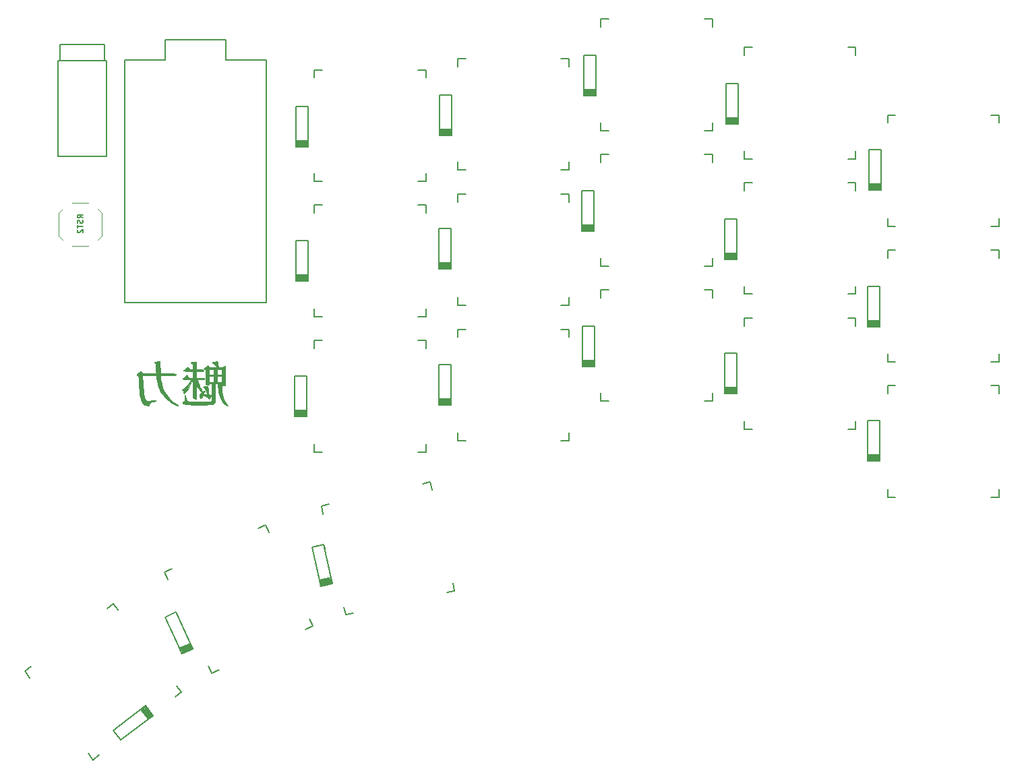
<source format=gbr>
%TF.GenerationSoftware,KiCad,Pcbnew,(5.99.0-11551-g43cb710297)*%
%TF.CreationDate,2021-07-28T13:20:51+05:30*%
%TF.ProjectId,Pteron36v0,50746572-6f6e-4333-9676-302e6b696361,rev?*%
%TF.SameCoordinates,Original*%
%TF.FileFunction,Legend,Bot*%
%TF.FilePolarity,Positive*%
%FSLAX46Y46*%
G04 Gerber Fmt 4.6, Leading zero omitted, Abs format (unit mm)*
G04 Created by KiCad (PCBNEW (5.99.0-11551-g43cb710297)) date 2021-07-28 13:20:51*
%MOMM*%
%LPD*%
G01*
G04 APERTURE LIST*
%ADD10C,0.150000*%
%ADD11C,0.010000*%
%ADD12C,0.120000*%
G04 APERTURE END LIST*
D10*
%TO.C,RST2*%
X125919666Y-68271333D02*
X125586333Y-68038000D01*
X125919666Y-67871333D02*
X125219666Y-67871333D01*
X125219666Y-68138000D01*
X125253000Y-68204666D01*
X125286333Y-68238000D01*
X125353000Y-68271333D01*
X125453000Y-68271333D01*
X125519666Y-68238000D01*
X125553000Y-68204666D01*
X125586333Y-68138000D01*
X125586333Y-67871333D01*
X125886333Y-68538000D02*
X125919666Y-68638000D01*
X125919666Y-68804666D01*
X125886333Y-68871333D01*
X125853000Y-68904666D01*
X125786333Y-68938000D01*
X125719666Y-68938000D01*
X125653000Y-68904666D01*
X125619666Y-68871333D01*
X125586333Y-68804666D01*
X125553000Y-68671333D01*
X125519666Y-68604666D01*
X125486333Y-68571333D01*
X125419666Y-68538000D01*
X125353000Y-68538000D01*
X125286333Y-68571333D01*
X125253000Y-68604666D01*
X125219666Y-68671333D01*
X125219666Y-68838000D01*
X125253000Y-68938000D01*
X125219666Y-69138000D02*
X125219666Y-69538000D01*
X125919666Y-69338000D02*
X125219666Y-69338000D01*
X125286333Y-69738000D02*
X125253000Y-69771333D01*
X125219666Y-69838000D01*
X125219666Y-70004666D01*
X125253000Y-70071333D01*
X125286333Y-70104666D01*
X125353000Y-70138000D01*
X125419666Y-70138000D01*
X125519666Y-70104666D01*
X125919666Y-69704666D01*
X125919666Y-70138000D01*
%TO.C,D7*%
X224645000Y-59720328D02*
X226169000Y-59720328D01*
X226169000Y-59720328D02*
X226169000Y-64800328D01*
X224645000Y-64800328D02*
X224645000Y-59720328D01*
X226169000Y-64165328D02*
X224645000Y-64165328D01*
X226169000Y-64038328D02*
X224645000Y-64038328D01*
X224645000Y-64546328D02*
X226169000Y-64546328D01*
X226169000Y-59720328D02*
X226169000Y-60228328D01*
X226169000Y-64419328D02*
X224645000Y-64419328D01*
X226169000Y-64673328D02*
X224645000Y-64673328D01*
X224645000Y-64292328D02*
X226169000Y-64292328D01*
X226169000Y-64800328D02*
X224645000Y-64800328D01*
%TO.C,D8*%
X224518000Y-81945328D02*
X224518000Y-76865328D01*
X224518000Y-81437328D02*
X226042000Y-81437328D01*
X224518000Y-81691328D02*
X226042000Y-81691328D01*
X226042000Y-76865328D02*
X226042000Y-81945328D01*
X224518000Y-76865328D02*
X226042000Y-76865328D01*
X226042000Y-81310328D02*
X224518000Y-81310328D01*
X226042000Y-81945328D02*
X224518000Y-81945328D01*
X226042000Y-81818328D02*
X224518000Y-81818328D01*
X226042000Y-81564328D02*
X224518000Y-81564328D01*
X226042000Y-81183328D02*
X224518000Y-81183328D01*
X226042000Y-76865328D02*
X226042000Y-77373328D01*
%TO.C,D9*%
X224518000Y-98836328D02*
X224518000Y-93756328D01*
X226042000Y-93756328D02*
X226042000Y-94264328D01*
X226042000Y-98201328D02*
X224518000Y-98201328D01*
X224518000Y-93756328D02*
X226042000Y-93756328D01*
X224518000Y-98582328D02*
X226042000Y-98582328D01*
X226042000Y-93756328D02*
X226042000Y-98836328D01*
X226042000Y-98709328D02*
X224518000Y-98709328D01*
X226042000Y-98836328D02*
X224518000Y-98836328D01*
X226042000Y-98074328D02*
X224518000Y-98074328D01*
X226042000Y-98455328D02*
X224518000Y-98455328D01*
X224518000Y-98328328D02*
X226042000Y-98328328D01*
%TO.C,D10*%
X157211231Y-113859510D02*
X155723356Y-114189364D01*
X155805819Y-114561333D02*
X154706306Y-109601749D01*
X155695868Y-114065374D02*
X157183743Y-113735521D01*
X155750843Y-114313354D02*
X157238719Y-113983500D01*
X156194181Y-109271895D02*
X156304132Y-109767854D01*
X157156255Y-113611531D02*
X155668380Y-113941385D01*
X157128767Y-113487541D02*
X155640892Y-113817395D01*
X156194181Y-109271895D02*
X157293694Y-114231479D01*
X157293694Y-114231479D02*
X155805819Y-114561333D01*
X154706306Y-109601749D02*
X156194181Y-109271895D01*
X157266206Y-114107489D02*
X155778331Y-114437343D01*
%TO.C,D12*%
X208203000Y-56319998D02*
X206679000Y-56319998D01*
X208203000Y-55811998D02*
X206679000Y-55811998D01*
X206679000Y-51366998D02*
X208203000Y-51366998D01*
X208203000Y-51366998D02*
X208203000Y-56446998D01*
X208203000Y-56065998D02*
X206679000Y-56065998D01*
X208203000Y-55684998D02*
X206679000Y-55684998D01*
X206679000Y-56446998D02*
X206679000Y-51366998D01*
X206679000Y-55938998D02*
X208203000Y-55938998D01*
X206679000Y-56192998D02*
X208203000Y-56192998D01*
X208203000Y-51366998D02*
X208203000Y-51874998D01*
X208203000Y-56446998D02*
X206679000Y-56446998D01*
%TO.C,D13*%
X208076000Y-73083998D02*
X206552000Y-73083998D01*
X208076000Y-68384998D02*
X208076000Y-68892998D01*
X206552000Y-73464998D02*
X206552000Y-68384998D01*
X206552000Y-72956998D02*
X208076000Y-72956998D01*
X208076000Y-72829998D02*
X206552000Y-72829998D01*
X206552000Y-73210998D02*
X208076000Y-73210998D01*
X208076000Y-73464998D02*
X206552000Y-73464998D01*
X208076000Y-73337998D02*
X206552000Y-73337998D01*
X206552000Y-68384998D02*
X208076000Y-68384998D01*
X208076000Y-68384998D02*
X208076000Y-73464998D01*
X208076000Y-72702998D02*
X206552000Y-72702998D01*
%TO.C,D14*%
X208076000Y-89974998D02*
X206552000Y-89974998D01*
X208076000Y-89593998D02*
X206552000Y-89593998D01*
X208076000Y-90228998D02*
X206552000Y-90228998D01*
X206552000Y-89847998D02*
X208076000Y-89847998D01*
X206552000Y-90355998D02*
X206552000Y-85275998D01*
X206552000Y-90101998D02*
X208076000Y-90101998D01*
X208076000Y-85275998D02*
X208076000Y-90355998D01*
X206552000Y-85275998D02*
X208076000Y-85275998D01*
X208076000Y-90355998D02*
X206552000Y-90355998D01*
X208076000Y-85275998D02*
X208076000Y-85783998D01*
X208076000Y-89720998D02*
X206552000Y-89720998D01*
%TO.C,D15*%
X137617156Y-117792553D02*
X137831846Y-118252957D01*
X138382844Y-123040667D02*
X136235943Y-118436623D01*
X139442022Y-121705990D02*
X138060809Y-122350060D01*
X139495694Y-121821091D02*
X138114481Y-122465161D01*
X139603039Y-122051293D02*
X138221826Y-122695364D01*
X139710384Y-122281496D02*
X138329171Y-122925566D01*
X138168154Y-122580263D02*
X139549367Y-121936192D01*
X139764057Y-122396597D02*
X138382844Y-123040667D01*
X138275499Y-122810465D02*
X139656712Y-122166394D01*
X136235943Y-118436623D02*
X137617156Y-117792553D01*
X137617156Y-117792553D02*
X139764057Y-122396597D01*
%TO.C,D17*%
X190364000Y-52275664D02*
X188840000Y-52275664D01*
X190364000Y-52148664D02*
X188840000Y-52148664D01*
X190364000Y-52783664D02*
X188840000Y-52783664D01*
X190364000Y-52529664D02*
X188840000Y-52529664D01*
X190364000Y-47830664D02*
X190364000Y-52910664D01*
X188840000Y-52402664D02*
X190364000Y-52402664D01*
X190364000Y-47830664D02*
X190364000Y-48338664D01*
X188840000Y-52910664D02*
X188840000Y-47830664D01*
X188840000Y-52656664D02*
X190364000Y-52656664D01*
X188840000Y-47830664D02*
X190364000Y-47830664D01*
X190364000Y-52910664D02*
X188840000Y-52910664D01*
%TO.C,D18*%
X188586000Y-64848664D02*
X190110000Y-64848664D01*
X188586000Y-69420664D02*
X190110000Y-69420664D01*
X190110000Y-69801664D02*
X188586000Y-69801664D01*
X190110000Y-69166664D02*
X188586000Y-69166664D01*
X188586000Y-69674664D02*
X190110000Y-69674664D01*
X190110000Y-64848664D02*
X190110000Y-65356664D01*
X190110000Y-64848664D02*
X190110000Y-69928664D01*
X188586000Y-69928664D02*
X188586000Y-64848664D01*
X190110000Y-69547664D02*
X188586000Y-69547664D01*
X190110000Y-69293664D02*
X188586000Y-69293664D01*
X190110000Y-69928664D02*
X188586000Y-69928664D01*
%TO.C,D19*%
X190237000Y-81866664D02*
X190237000Y-86946664D01*
X190237000Y-86565664D02*
X188713000Y-86565664D01*
X190237000Y-86819664D02*
X188713000Y-86819664D01*
X190237000Y-81866664D02*
X190237000Y-82374664D01*
X188713000Y-86692664D02*
X190237000Y-86692664D01*
X190237000Y-86184664D02*
X188713000Y-86184664D01*
X190237000Y-86946664D02*
X188713000Y-86946664D01*
X188713000Y-86946664D02*
X188713000Y-81866664D01*
X188713000Y-81866664D02*
X190237000Y-81866664D01*
X188713000Y-86438664D02*
X190237000Y-86438664D01*
X190237000Y-86311664D02*
X188713000Y-86311664D01*
%TO.C,D20*%
X129778806Y-132666119D02*
X130181830Y-132356868D01*
X133204506Y-130037487D02*
X134132258Y-131246557D01*
X133305262Y-129960174D02*
X134233014Y-131169245D01*
X129778806Y-132666119D02*
X133809041Y-129573611D01*
X134535282Y-130937307D02*
X133607530Y-129728236D01*
X134333770Y-131091932D02*
X133406018Y-129882862D01*
X133809041Y-129573611D02*
X134736794Y-130782681D01*
X130706559Y-133875189D02*
X129778806Y-132666119D01*
X133708285Y-129650923D02*
X134636038Y-130859994D01*
X133506774Y-129805549D02*
X134434526Y-131014619D01*
X134736794Y-130782681D02*
X130706559Y-133875189D01*
%TO.C,D22*%
X172271000Y-57248330D02*
X170747000Y-57248330D01*
X170747000Y-52803330D02*
X172271000Y-52803330D01*
X172271000Y-57121330D02*
X170747000Y-57121330D01*
X170747000Y-57375330D02*
X172271000Y-57375330D01*
X172271000Y-52803330D02*
X172271000Y-57883330D01*
X172271000Y-57756330D02*
X170747000Y-57756330D01*
X170747000Y-57629330D02*
X172271000Y-57629330D01*
X172271000Y-52803330D02*
X172271000Y-53311330D01*
X172271000Y-57502330D02*
X170747000Y-57502330D01*
X170747000Y-57883330D02*
X170747000Y-52803330D01*
X172271000Y-57883330D02*
X170747000Y-57883330D01*
%TO.C,D23*%
X172144000Y-74266330D02*
X170620000Y-74266330D01*
X170620000Y-69567330D02*
X172144000Y-69567330D01*
X172144000Y-69567330D02*
X172144000Y-74647330D01*
X172144000Y-74647330D02*
X170620000Y-74647330D01*
X172144000Y-74520330D02*
X170620000Y-74520330D01*
X172144000Y-73885330D02*
X170620000Y-73885330D01*
X170620000Y-74393330D02*
X172144000Y-74393330D01*
X172144000Y-74012330D02*
X170620000Y-74012330D01*
X172144000Y-69567330D02*
X172144000Y-70075330D01*
X170620000Y-74139330D02*
X172144000Y-74139330D01*
X170620000Y-74647330D02*
X170620000Y-69567330D01*
%TO.C,D24*%
X172144000Y-86712330D02*
X172144000Y-87220330D01*
X172144000Y-91665330D02*
X170620000Y-91665330D01*
X172144000Y-91411330D02*
X170620000Y-91411330D01*
X172144000Y-91157330D02*
X170620000Y-91157330D01*
X172144000Y-91792330D02*
X170620000Y-91792330D01*
X170620000Y-91538330D02*
X172144000Y-91538330D01*
X170620000Y-91792330D02*
X170620000Y-86712330D01*
X170620000Y-91284330D02*
X172144000Y-91284330D01*
X170620000Y-86712330D02*
X172144000Y-86712330D01*
X172144000Y-91030330D02*
X170620000Y-91030330D01*
X172144000Y-86712330D02*
X172144000Y-91792330D01*
%TO.C,D26*%
X152654000Y-59309000D02*
X152654000Y-54229000D01*
X154178000Y-59182000D02*
X152654000Y-59182000D01*
X154178000Y-58674000D02*
X152654000Y-58674000D01*
X154178000Y-54229000D02*
X154178000Y-59309000D01*
X154178000Y-59309000D02*
X152654000Y-59309000D01*
X154178000Y-54229000D02*
X154178000Y-54737000D01*
X152654000Y-59055000D02*
X154178000Y-59055000D01*
X152654000Y-58801000D02*
X154178000Y-58801000D01*
X154178000Y-58547000D02*
X152654000Y-58547000D01*
X154178000Y-58928000D02*
X152654000Y-58928000D01*
X152654000Y-54229000D02*
X154178000Y-54229000D01*
%TO.C,D27*%
X154178000Y-75438000D02*
X152654000Y-75438000D01*
X154178000Y-76200000D02*
X152654000Y-76200000D01*
X154178000Y-75565000D02*
X152654000Y-75565000D01*
X154178000Y-76073000D02*
X152654000Y-76073000D01*
X152654000Y-71120000D02*
X154178000Y-71120000D01*
X152654000Y-75692000D02*
X154178000Y-75692000D01*
X154178000Y-71120000D02*
X154178000Y-76200000D01*
X154178000Y-75819000D02*
X152654000Y-75819000D01*
X152654000Y-76200000D02*
X152654000Y-71120000D01*
X152654000Y-75946000D02*
X154178000Y-75946000D01*
X154178000Y-71120000D02*
X154178000Y-71628000D01*
%TO.C,SW8*%
X227000000Y-72333328D02*
X228000000Y-72333328D01*
X241000000Y-85333328D02*
X241000000Y-86333328D01*
X241000000Y-86333328D02*
X240000000Y-86333328D01*
X227000000Y-86333328D02*
X227000000Y-85333328D01*
X228000000Y-86333328D02*
X227000000Y-86333328D01*
X241000000Y-72333328D02*
X241000000Y-73333328D01*
X227000000Y-73333328D02*
X227000000Y-72333328D01*
X240000000Y-72333328D02*
X241000000Y-72333328D01*
%TO.C,SW9*%
X227000000Y-90333328D02*
X227000000Y-89333328D01*
X227000000Y-89333328D02*
X228000000Y-89333328D01*
X228000000Y-103333328D02*
X227000000Y-103333328D01*
X241000000Y-103333328D02*
X240000000Y-103333328D01*
X241000000Y-102333328D02*
X241000000Y-103333328D01*
X240000000Y-89333328D02*
X241000000Y-89333328D01*
X227000000Y-103333328D02*
X227000000Y-102333328D01*
X241000000Y-89333328D02*
X241000000Y-90333328D01*
%TO.C,SW13*%
X222000000Y-63833332D02*
X223000000Y-63833332D01*
X209000000Y-64833332D02*
X209000000Y-63833332D01*
X209000000Y-63833332D02*
X210000000Y-63833332D01*
X209000000Y-77833332D02*
X209000000Y-76833332D01*
X223000000Y-77833332D02*
X222000000Y-77833332D01*
X223000000Y-76833332D02*
X223000000Y-77833332D01*
X223000000Y-63833332D02*
X223000000Y-64833332D01*
X210000000Y-77833332D02*
X209000000Y-77833332D01*
%TO.C,SW14*%
X222000000Y-80833332D02*
X223000000Y-80833332D01*
X223000000Y-94833332D02*
X222000000Y-94833332D01*
X209000000Y-81833332D02*
X209000000Y-80833332D01*
X223000000Y-93833332D02*
X223000000Y-94833332D01*
X209000000Y-94833332D02*
X209000000Y-93833332D01*
X223000000Y-80833332D02*
X223000000Y-81833332D01*
X209000000Y-80833332D02*
X210000000Y-80833332D01*
X210000000Y-94833332D02*
X209000000Y-94833332D01*
%TO.C,SW15*%
X147979519Y-107286748D02*
X148885827Y-106864130D01*
X148885827Y-106864130D02*
X149308445Y-107770437D01*
X136620136Y-113687093D02*
X136197518Y-112780785D01*
X154802482Y-119552439D02*
X153896175Y-119975057D01*
X142114173Y-125469094D02*
X141691555Y-124562787D01*
X154379864Y-118646131D02*
X154802482Y-119552439D01*
X136197518Y-112780785D02*
X137103825Y-112358167D01*
X143020481Y-125046476D02*
X142114173Y-125469094D01*
%TO.C,SW20*%
X128971990Y-117336758D02*
X129765343Y-116727997D01*
X127181057Y-136357603D02*
X126572295Y-135564250D01*
X129765343Y-116727997D02*
X130374105Y-117521350D01*
X119267158Y-126044010D02*
X118658397Y-125250657D01*
X138288003Y-127834943D02*
X137494650Y-128443705D01*
X127974410Y-135748842D02*
X127181057Y-136357603D01*
X137679242Y-127041590D02*
X138288003Y-127834943D01*
X118658397Y-125250657D02*
X119451750Y-124641895D01*
%TO.C,SW22*%
X187000000Y-62249998D02*
X186000000Y-62249998D01*
X174000000Y-62249998D02*
X173000000Y-62249998D01*
X173000000Y-48249998D02*
X174000000Y-48249998D01*
X187000000Y-48249998D02*
X187000000Y-49249998D01*
X173000000Y-62249998D02*
X173000000Y-61249998D01*
X186000000Y-48249998D02*
X187000000Y-48249998D01*
X187000000Y-61249998D02*
X187000000Y-62249998D01*
X173000000Y-49249998D02*
X173000000Y-48249998D01*
%TO.C,SW23*%
X187000000Y-78249998D02*
X187000000Y-79249998D01*
X173000000Y-79249998D02*
X173000000Y-78249998D01*
X186000000Y-65249998D02*
X187000000Y-65249998D01*
X173000000Y-66249998D02*
X173000000Y-65249998D01*
X187000000Y-65249998D02*
X187000000Y-66249998D01*
X174000000Y-79249998D02*
X173000000Y-79249998D01*
X173000000Y-65249998D02*
X174000000Y-65249998D01*
X187000000Y-79249998D02*
X186000000Y-79249998D01*
%TO.C,SW24*%
X187000000Y-95249998D02*
X187000000Y-96249998D01*
X187000000Y-96249998D02*
X186000000Y-96249998D01*
X187000000Y-82249998D02*
X187000000Y-83249998D01*
X173000000Y-83249998D02*
X173000000Y-82249998D01*
X173000000Y-82249998D02*
X174000000Y-82249998D01*
X174000000Y-96249998D02*
X173000000Y-96249998D01*
X186000000Y-82249998D02*
X187000000Y-82249998D01*
X173000000Y-96249998D02*
X173000000Y-95249998D01*
%TO.C,SW26*%
X155000000Y-63666664D02*
X155000000Y-62666664D01*
X169000000Y-63666664D02*
X168000000Y-63666664D01*
X168000000Y-49666664D02*
X169000000Y-49666664D01*
X169000000Y-49666664D02*
X169000000Y-50666664D01*
X155000000Y-49666664D02*
X156000000Y-49666664D01*
X156000000Y-63666664D02*
X155000000Y-63666664D01*
X169000000Y-62666664D02*
X169000000Y-63666664D01*
X155000000Y-50666664D02*
X155000000Y-49666664D01*
%TO.C,SW27*%
X155000000Y-67666664D02*
X155000000Y-66666664D01*
X155000000Y-66666664D02*
X156000000Y-66666664D01*
X156000000Y-80666664D02*
X155000000Y-80666664D01*
X169000000Y-79666664D02*
X169000000Y-80666664D01*
X169000000Y-80666664D02*
X168000000Y-80666664D01*
X168000000Y-66666664D02*
X169000000Y-66666664D01*
X169000000Y-66666664D02*
X169000000Y-67666664D01*
X155000000Y-80666664D02*
X155000000Y-79666664D01*
%TO.C,SW28*%
X155000000Y-97666664D02*
X155000000Y-96666664D01*
X155000000Y-84666664D02*
X155000000Y-83666664D01*
X169000000Y-83666664D02*
X169000000Y-84666664D01*
X155000000Y-83666664D02*
X156000000Y-83666664D01*
X156000000Y-97666664D02*
X155000000Y-97666664D01*
X169000000Y-97666664D02*
X168000000Y-97666664D01*
X168000000Y-83666664D02*
X169000000Y-83666664D01*
X169000000Y-96666664D02*
X169000000Y-97666664D01*
%TO.C,U1*%
X143891000Y-45847000D02*
X143891000Y-48387000D01*
X131191000Y-78867000D02*
X131191000Y-48387000D01*
X143891000Y-48387000D02*
X148971000Y-48387000D01*
X148971000Y-48387000D02*
X148971000Y-78867000D01*
X136271000Y-48387000D02*
X136271000Y-45847000D01*
X136271000Y-45847000D02*
X143891000Y-45847000D01*
X148971000Y-78867000D02*
X131191000Y-78867000D01*
X131191000Y-48387000D02*
X136271000Y-48387000D01*
%TO.C,SW7*%
X241000000Y-69333328D02*
X240000000Y-69333328D01*
X228000000Y-69333328D02*
X227000000Y-69333328D01*
X227000000Y-55333328D02*
X228000000Y-55333328D01*
X227000000Y-69333328D02*
X227000000Y-68333328D01*
X241000000Y-68333328D02*
X241000000Y-69333328D01*
X240000000Y-55333328D02*
X241000000Y-55333328D01*
X227000000Y-56333328D02*
X227000000Y-55333328D01*
X241000000Y-55333328D02*
X241000000Y-56333328D01*
%TO.C,SW12*%
X209000000Y-47833332D02*
X209000000Y-46833332D01*
X222000000Y-46833332D02*
X223000000Y-46833332D01*
X223000000Y-60833332D02*
X222000000Y-60833332D01*
X209000000Y-60833332D02*
X209000000Y-59833332D01*
X210000000Y-60833332D02*
X209000000Y-60833332D01*
X223000000Y-46833332D02*
X223000000Y-47833332D01*
X209000000Y-46833332D02*
X210000000Y-46833332D01*
X223000000Y-59833332D02*
X223000000Y-60833332D01*
%TO.C,D28*%
X154051000Y-88138000D02*
X154051000Y-88646000D01*
X154051000Y-92837000D02*
X152527000Y-92837000D01*
X152527000Y-92710000D02*
X154051000Y-92710000D01*
X154051000Y-93218000D02*
X152527000Y-93218000D01*
X152527000Y-93218000D02*
X152527000Y-88138000D01*
X154051000Y-92583000D02*
X152527000Y-92583000D01*
X154051000Y-88138000D02*
X154051000Y-93218000D01*
X154051000Y-92456000D02*
X152527000Y-92456000D01*
X152527000Y-92964000D02*
X154051000Y-92964000D01*
X152527000Y-88138000D02*
X154051000Y-88138000D01*
X154051000Y-93091000D02*
X152527000Y-93091000D01*
%TO.C,SW17*%
X191000000Y-43291667D02*
X192000000Y-43291667D01*
X191000000Y-44291667D02*
X191000000Y-43291667D01*
X191000000Y-57291667D02*
X191000000Y-56291667D01*
X205000000Y-56291667D02*
X205000000Y-57291667D01*
X204000000Y-43291667D02*
X205000000Y-43291667D01*
X192000000Y-57291667D02*
X191000000Y-57291667D01*
X205000000Y-43291667D02*
X205000000Y-44291667D01*
X205000000Y-57291667D02*
X204000000Y-57291667D01*
%TO.C,SW19*%
X192000000Y-91291667D02*
X191000000Y-91291667D01*
X205000000Y-91291667D02*
X204000000Y-91291667D01*
X205000000Y-90291667D02*
X205000000Y-91291667D01*
X191000000Y-78291667D02*
X191000000Y-77291667D01*
X204000000Y-77291667D02*
X205000000Y-77291667D01*
X191000000Y-77291667D02*
X192000000Y-77291667D01*
X205000000Y-77291667D02*
X205000000Y-78291667D01*
X191000000Y-91291667D02*
X191000000Y-90291667D01*
%TO.C,SW18*%
X192000000Y-74291667D02*
X191000000Y-74291667D01*
X205000000Y-73291667D02*
X205000000Y-74291667D01*
X204000000Y-60291667D02*
X205000000Y-60291667D01*
X205000000Y-74291667D02*
X204000000Y-74291667D01*
X191000000Y-60291667D02*
X192000000Y-60291667D01*
X205000000Y-60291667D02*
X205000000Y-61291667D01*
X191000000Y-74291667D02*
X191000000Y-73291667D01*
X191000000Y-61291667D02*
X191000000Y-60291667D01*
%TO.C,SW10*%
X156117290Y-105448916D02*
X155900851Y-104472620D01*
X158931005Y-118140764D02*
X158714566Y-117164468D01*
X169568995Y-101442466D02*
X169785434Y-102418762D01*
X155900851Y-104472620D02*
X156877147Y-104256181D01*
X168592699Y-101658905D02*
X169568995Y-101442466D01*
X172382710Y-114134314D02*
X172599149Y-115110610D01*
X159907301Y-117924325D02*
X158931005Y-118140764D01*
X172599149Y-115110610D02*
X171622853Y-115327049D01*
%TO.C,J2*%
X128670000Y-48468980D02*
X128670000Y-46468980D01*
X122820000Y-60568980D02*
X128920000Y-60568980D01*
X123070000Y-46468980D02*
X128670000Y-46468980D01*
X122820000Y-48468980D02*
X128920000Y-48468980D01*
X122820000Y-48468980D02*
X122820000Y-60568980D01*
X128920000Y-48468980D02*
X128920000Y-60568980D01*
X123070000Y-48468980D02*
X123070000Y-46468980D01*
D11*
%TO.C,LOGO2*%
X140074650Y-86335553D02*
X140004465Y-86339782D01*
X140004465Y-86339782D02*
X139908820Y-86349515D01*
X139908820Y-86349515D02*
X139800054Y-86362994D01*
X139800054Y-86362994D02*
X139690504Y-86378460D01*
X139690504Y-86378460D02*
X139592509Y-86394155D01*
X139592509Y-86394155D02*
X139518408Y-86408320D01*
X139518408Y-86408320D02*
X139480537Y-86419196D01*
X139480537Y-86419196D02*
X139478679Y-86420499D01*
X139478679Y-86420499D02*
X139481283Y-86447967D01*
X139481283Y-86447967D02*
X139514822Y-86487468D01*
X139514822Y-86487468D02*
X139565280Y-86527370D01*
X139565280Y-86527370D02*
X139618641Y-86556041D01*
X139618641Y-86556041D02*
X139650617Y-86563200D01*
X139650617Y-86563200D02*
X139669608Y-86565993D01*
X139669608Y-86565993D02*
X139682992Y-86579394D01*
X139682992Y-86579394D02*
X139691743Y-86610935D01*
X139691743Y-86610935D02*
X139696840Y-86668150D01*
X139696840Y-86668150D02*
X139699257Y-86758569D01*
X139699257Y-86758569D02*
X139699972Y-86889726D01*
X139699972Y-86889726D02*
X139700000Y-86944200D01*
X139700000Y-86944200D02*
X139700000Y-87325200D01*
X139700000Y-87325200D02*
X139528289Y-87325199D01*
X139528289Y-87325199D02*
X139356578Y-87325199D01*
X139356578Y-87325199D02*
X139221139Y-87147605D01*
X139221139Y-87147605D02*
X139167022Y-87075427D01*
X139167022Y-87075427D02*
X139126191Y-87026364D01*
X139126191Y-87026364D02*
X139090339Y-87001717D01*
X139090339Y-87001717D02*
X139051157Y-87002788D01*
X139051157Y-87002788D02*
X139000339Y-87030876D01*
X139000339Y-87030876D02*
X138929577Y-87087284D01*
X138929577Y-87087284D02*
X138830563Y-87173311D01*
X138830563Y-87173311D02*
X138780916Y-87216541D01*
X138780916Y-87216541D02*
X138698215Y-87291061D01*
X138698215Y-87291061D02*
X138632386Y-87355754D01*
X138632386Y-87355754D02*
X138591627Y-87402238D01*
X138591627Y-87402238D02*
X138582400Y-87419525D01*
X138582400Y-87419525D02*
X138590502Y-87446455D01*
X138590502Y-87446455D02*
X138618385Y-87467152D01*
X138618385Y-87467152D02*
X138671420Y-87482353D01*
X138671420Y-87482353D02*
X138754975Y-87492797D01*
X138754975Y-87492797D02*
X138874420Y-87499219D01*
X138874420Y-87499219D02*
X139035124Y-87502357D01*
X139035124Y-87502357D02*
X139190331Y-87503000D01*
X139190331Y-87503000D02*
X139700000Y-87503000D01*
X139700000Y-87503000D02*
X139700000Y-88366600D01*
X139700000Y-88366600D02*
X139477750Y-88366426D01*
X139477750Y-88366426D02*
X139370911Y-88365716D01*
X139370911Y-88365716D02*
X139302404Y-88361331D01*
X139302404Y-88361331D02*
X139259762Y-88349588D01*
X139259762Y-88349588D02*
X139230518Y-88326801D01*
X139230518Y-88326801D02*
X139202205Y-88289286D01*
X139202205Y-88289286D02*
X139198456Y-88283876D01*
X139198456Y-88283876D02*
X139145751Y-88212531D01*
X139145751Y-88212531D02*
X139081136Y-88131188D01*
X139081136Y-88131188D02*
X139057760Y-88103204D01*
X139057760Y-88103204D02*
X138974109Y-88004909D01*
X138974109Y-88004909D02*
X138729108Y-88210905D01*
X138729108Y-88210905D02*
X138634744Y-88291104D01*
X138634744Y-88291104D02*
X138554810Y-88360655D01*
X138554810Y-88360655D02*
X138497292Y-88412492D01*
X138497292Y-88412492D02*
X138470178Y-88439554D01*
X138470178Y-88439554D02*
X138469520Y-88440503D01*
X138469520Y-88440503D02*
X138473564Y-88474677D01*
X138473564Y-88474677D02*
X138495081Y-88504252D01*
X138495081Y-88504252D02*
X138516220Y-88518418D01*
X138516220Y-88518418D02*
X138551864Y-88528904D01*
X138551864Y-88528904D02*
X138608888Y-88536225D01*
X138608888Y-88536225D02*
X138694170Y-88540898D01*
X138694170Y-88540898D02*
X138814583Y-88543438D01*
X138814583Y-88543438D02*
X138977005Y-88544361D01*
X138977005Y-88544361D02*
X139030426Y-88544400D01*
X139030426Y-88544400D02*
X139525624Y-88544400D01*
X139525624Y-88544400D02*
X139507998Y-88601550D01*
X139507998Y-88601550D02*
X139475300Y-88678126D01*
X139475300Y-88678126D02*
X139418179Y-88782853D01*
X139418179Y-88782853D02*
X139343849Y-88904135D01*
X139343849Y-88904135D02*
X139259522Y-89030374D01*
X139259522Y-89030374D02*
X139172410Y-89149975D01*
X139172410Y-89149975D02*
X139145252Y-89184791D01*
X139145252Y-89184791D02*
X138920204Y-89430443D01*
X138920204Y-89430443D02*
X138659165Y-89649652D01*
X138659165Y-89649652D02*
X138550650Y-89725292D01*
X138550650Y-89725292D02*
X138477469Y-89777620D01*
X138477469Y-89777620D02*
X138425068Y-89822865D01*
X138425068Y-89822865D02*
X138404607Y-89851371D01*
X138404607Y-89851371D02*
X138404601Y-89851668D01*
X138404601Y-89851668D02*
X138421698Y-89888093D01*
X138421698Y-89888093D02*
X138463417Y-89936889D01*
X138463417Y-89936889D02*
X138468959Y-89942206D01*
X138468959Y-89942206D02*
X138514357Y-90004794D01*
X138514357Y-90004794D02*
X138559920Y-90101821D01*
X138559920Y-90101821D02*
X138587405Y-90180738D01*
X138587405Y-90180738D02*
X138641492Y-90358807D01*
X138641492Y-90358807D02*
X138792055Y-90194553D01*
X138792055Y-90194553D02*
X138959349Y-89999674D01*
X138959349Y-89999674D02*
X139105770Y-89800474D01*
X139105770Y-89800474D02*
X139235602Y-89588759D01*
X139235602Y-89588759D02*
X139353127Y-89356331D01*
X139353127Y-89356331D02*
X139462631Y-89094996D01*
X139462631Y-89094996D02*
X139568396Y-88796557D01*
X139568396Y-88796557D02*
X139637970Y-88576150D01*
X139637970Y-88576150D02*
X139663613Y-88546585D01*
X139663613Y-88546585D02*
X139673803Y-88544400D01*
X139673803Y-88544400D02*
X139680901Y-88568582D01*
X139680901Y-88568582D02*
X139686867Y-88641375D01*
X139686867Y-88641375D02*
X139691708Y-88763148D01*
X139691708Y-88763148D02*
X139695433Y-88934271D01*
X139695433Y-88934271D02*
X139698050Y-89155113D01*
X139698050Y-89155113D02*
X139699568Y-89426044D01*
X139699568Y-89426044D02*
X139700000Y-89710534D01*
X139700000Y-89710534D02*
X139700000Y-90876668D01*
X139700000Y-90876668D02*
X139809620Y-90929734D01*
X139809620Y-90929734D02*
X139902077Y-90963050D01*
X139902077Y-90963050D02*
X139999187Y-90981497D01*
X139999187Y-90981497D02*
X140025182Y-90982800D01*
X140025182Y-90982800D02*
X140131125Y-90982800D01*
X140131125Y-90982800D02*
X140137813Y-90128620D01*
X140137813Y-90128620D02*
X140144500Y-89274440D01*
X140144500Y-89274440D02*
X140275394Y-89474570D01*
X140275394Y-89474570D02*
X140359395Y-89595004D01*
X140359395Y-89595004D02*
X140457970Y-89723806D01*
X140457970Y-89723806D02*
X140562024Y-89850203D01*
X140562024Y-89850203D02*
X140662463Y-89963420D01*
X140662463Y-89963420D02*
X140750194Y-90052682D01*
X140750194Y-90052682D02*
X140799193Y-90095158D01*
X140799193Y-90095158D02*
X140869685Y-90149297D01*
X140869685Y-90149297D02*
X140768494Y-90247500D01*
X140768494Y-90247500D02*
X140698706Y-90325186D01*
X140698706Y-90325186D02*
X140636847Y-90410478D01*
X140636847Y-90410478D02*
X140615451Y-90447339D01*
X140615451Y-90447339D02*
X140573260Y-90564505D01*
X140573260Y-90564505D02*
X140564281Y-90675217D01*
X140564281Y-90675217D02*
X140584580Y-90771759D01*
X140584580Y-90771759D02*
X140630225Y-90846415D01*
X140630225Y-90846415D02*
X140697285Y-90891469D01*
X140697285Y-90891469D02*
X140781826Y-90899205D01*
X140781826Y-90899205D02*
X140837684Y-90883402D01*
X140837684Y-90883402D02*
X140882154Y-90858832D01*
X140882154Y-90858832D02*
X140910572Y-90821209D01*
X140910572Y-90821209D02*
X140931391Y-90755925D01*
X140931391Y-90755925D02*
X140942941Y-90701535D01*
X140942941Y-90701535D02*
X140962004Y-90622151D01*
X140962004Y-90622151D02*
X140981692Y-90567605D01*
X140981692Y-90567605D02*
X140995321Y-90551000D01*
X140995321Y-90551000D02*
X141025711Y-90560714D01*
X141025711Y-90560714D02*
X141093416Y-90587376D01*
X141093416Y-90587376D02*
X141189346Y-90627258D01*
X141189346Y-90627258D02*
X141304413Y-90676636D01*
X141304413Y-90676636D02*
X141343293Y-90693615D01*
X141343293Y-90693615D02*
X141505916Y-90768906D01*
X141505916Y-90768906D02*
X141629434Y-90834698D01*
X141629434Y-90834698D02*
X141710004Y-90888853D01*
X141710004Y-90888853D02*
X141732000Y-90909744D01*
X141732000Y-90909744D02*
X141775813Y-90956850D01*
X141775813Y-90956850D02*
X141804865Y-90981521D01*
X141804865Y-90981521D02*
X141808200Y-90982613D01*
X141808200Y-90982613D02*
X141824481Y-90961277D01*
X141824481Y-90961277D02*
X141858215Y-90904275D01*
X141858215Y-90904275D02*
X141903869Y-90821242D01*
X141903869Y-90821242D02*
X141938340Y-90755907D01*
X141938340Y-90755907D02*
X141993938Y-90646357D01*
X141993938Y-90646357D02*
X142023620Y-90573888D01*
X142023620Y-90573888D02*
X142025366Y-90530753D01*
X142025366Y-90530753D02*
X141997158Y-90509205D01*
X141997158Y-90509205D02*
X141936977Y-90501497D01*
X141936977Y-90501497D02*
X141871700Y-90500157D01*
X141871700Y-90500157D02*
X141806998Y-90493706D01*
X141806998Y-90493706D02*
X141766000Y-90480652D01*
X141766000Y-90480652D02*
X141742273Y-90440195D01*
X141742273Y-90440195D02*
X141718710Y-90349394D01*
X141718710Y-90349394D02*
X141695392Y-90208702D01*
X141695392Y-90208702D02*
X141672395Y-90018576D01*
X141672395Y-90018576D02*
X141655049Y-89839800D01*
X141655049Y-89839800D02*
X141643160Y-89710290D01*
X141643160Y-89710290D02*
X141631719Y-89592365D01*
X141631719Y-89592365D02*
X141622027Y-89499034D01*
X141622027Y-89499034D02*
X141615385Y-89443306D01*
X141615385Y-89443306D02*
X141615384Y-89443303D01*
X141615384Y-89443303D02*
X141604032Y-89364307D01*
X141604032Y-89364307D02*
X141331466Y-89412634D01*
X141331466Y-89412634D02*
X141190425Y-89437836D01*
X141190425Y-89437836D02*
X141093509Y-89456837D01*
X141093509Y-89456837D02*
X141034863Y-89472526D01*
X141034863Y-89472526D02*
X141008632Y-89487793D01*
X141008632Y-89487793D02*
X141008962Y-89505525D01*
X141008962Y-89505525D02*
X141029997Y-89528614D01*
X141029997Y-89528614D02*
X141053967Y-89549561D01*
X141053967Y-89549561D02*
X141113394Y-89590734D01*
X141113394Y-89590734D02*
X141165589Y-89610814D01*
X141165589Y-89610814D02*
X141171166Y-89611200D01*
X141171166Y-89611200D02*
X141211222Y-89633397D01*
X141211222Y-89633397D02*
X141250830Y-89702139D01*
X141250830Y-89702139D02*
X141262814Y-89731850D01*
X141262814Y-89731850D02*
X141291158Y-89802352D01*
X141291158Y-89802352D02*
X141334612Y-89905318D01*
X141334612Y-89905318D02*
X141387276Y-90026959D01*
X141387276Y-90026959D02*
X141443248Y-90153487D01*
X141443248Y-90153487D02*
X141443664Y-90154417D01*
X141443664Y-90154417D02*
X141578801Y-90456334D01*
X141578801Y-90456334D02*
X141384822Y-90438756D01*
X141384822Y-90438756D02*
X141280147Y-90428256D01*
X141280147Y-90428256D02*
X141186496Y-90417099D01*
X141186496Y-90417099D02*
X141122895Y-90407568D01*
X141122895Y-90407568D02*
X141119595Y-90406928D01*
X141119595Y-90406928D02*
X141048345Y-90392678D01*
X141048345Y-90392678D02*
X141114030Y-90262289D01*
X141114030Y-90262289D02*
X141160359Y-90175356D01*
X141160359Y-90175356D02*
X141206825Y-90095990D01*
X141206825Y-90095990D02*
X141229062Y-90061945D01*
X141229062Y-90061945D02*
X141259398Y-90012664D01*
X141259398Y-90012664D02*
X141258421Y-89987753D01*
X141258421Y-89987753D02*
X141240967Y-89977622D01*
X141240967Y-89977622D02*
X141197002Y-89979753D01*
X141197002Y-89979753D02*
X141130150Y-90001973D01*
X141130150Y-90001973D02*
X141100475Y-90015827D01*
X141100475Y-90015827D02*
X141033992Y-90047526D01*
X141033992Y-90047526D02*
X140986326Y-90066246D01*
X140986326Y-90066246D02*
X140976066Y-90068400D01*
X140976066Y-90068400D02*
X140950965Y-90047007D01*
X140950965Y-90047007D02*
X140908815Y-89988715D01*
X140908815Y-89988715D02*
X140854698Y-89902348D01*
X140854698Y-89902348D02*
X140793694Y-89796732D01*
X140793694Y-89796732D02*
X140730887Y-89680693D01*
X140730887Y-89680693D02*
X140671358Y-89563057D01*
X140671358Y-89563057D02*
X140620189Y-89452648D01*
X140620189Y-89452648D02*
X140616142Y-89443309D01*
X140616142Y-89443309D02*
X140558859Y-89302295D01*
X140558859Y-89302295D02*
X140500190Y-89144241D01*
X140500190Y-89144241D02*
X140444709Y-88982807D01*
X140444709Y-88982807D02*
X140396988Y-88831654D01*
X140396988Y-88831654D02*
X140361601Y-88704444D01*
X140361601Y-88704444D02*
X140347114Y-88639650D01*
X140347114Y-88639650D02*
X140329347Y-88544399D01*
X140329347Y-88544399D02*
X140735611Y-88544400D01*
X140735611Y-88544400D02*
X140887504Y-88544169D01*
X140887504Y-88544169D02*
X140996211Y-88542790D01*
X140996211Y-88542790D02*
X141069346Y-88539229D01*
X141069346Y-88539229D02*
X141114523Y-88532456D01*
X141114523Y-88532456D02*
X141139357Y-88521436D01*
X141139357Y-88521436D02*
X141151461Y-88505140D01*
X141151461Y-88505140D02*
X141157191Y-88487250D01*
X141157191Y-88487250D02*
X141167493Y-88447229D01*
X141167493Y-88447229D02*
X141170012Y-88417203D01*
X141170012Y-88417203D02*
X141158746Y-88395738D01*
X141158746Y-88395738D02*
X141127692Y-88381398D01*
X141127692Y-88381398D02*
X141070849Y-88372749D01*
X141070849Y-88372749D02*
X140982214Y-88368356D01*
X140982214Y-88368356D02*
X140855784Y-88366783D01*
X140855784Y-88366783D02*
X140685559Y-88366597D01*
X140685559Y-88366597D02*
X140652500Y-88366600D01*
X140652500Y-88366600D02*
X140131800Y-88366600D01*
X140131800Y-88366600D02*
X140131800Y-87503000D01*
X140131800Y-87503000D02*
X141041231Y-87503000D01*
X141041231Y-87503000D02*
X141069116Y-87423009D01*
X141069116Y-87423009D02*
X141088086Y-87366197D01*
X141088086Y-87366197D02*
X141096919Y-87335027D01*
X141096919Y-87335027D02*
X141097000Y-87334109D01*
X141097000Y-87334109D02*
X141072901Y-87331335D01*
X141072901Y-87331335D02*
X141005803Y-87328913D01*
X141005803Y-87328913D02*
X140903509Y-87326987D01*
X140903509Y-87326987D02*
X140773818Y-87325702D01*
X140773818Y-87325702D02*
X140624534Y-87325201D01*
X140624534Y-87325201D02*
X140614400Y-87325200D01*
X140614400Y-87325200D02*
X140131800Y-87325200D01*
X140131800Y-87325200D02*
X140131800Y-86334600D01*
X140131800Y-86334600D02*
X140074650Y-86335553D01*
X140074650Y-86335553D02*
X140074650Y-86335553D01*
G36*
X140131800Y-87325200D02*
G01*
X140614400Y-87325200D01*
X140624534Y-87325201D01*
X140773818Y-87325702D01*
X140903509Y-87326987D01*
X141005803Y-87328913D01*
X141072901Y-87331335D01*
X141097000Y-87334109D01*
X141096919Y-87335027D01*
X141088086Y-87366197D01*
X141069116Y-87423009D01*
X141041231Y-87503000D01*
X140131800Y-87503000D01*
X140131800Y-88366600D01*
X140652500Y-88366600D01*
X140685559Y-88366597D01*
X140855784Y-88366783D01*
X140982214Y-88368356D01*
X141070849Y-88372749D01*
X141127692Y-88381398D01*
X141158746Y-88395738D01*
X141170012Y-88417203D01*
X141167493Y-88447229D01*
X141157191Y-88487250D01*
X141151461Y-88505140D01*
X141139357Y-88521436D01*
X141114523Y-88532456D01*
X141069346Y-88539229D01*
X140996211Y-88542790D01*
X140887504Y-88544169D01*
X140735611Y-88544400D01*
X140329347Y-88544399D01*
X140347114Y-88639650D01*
X140361601Y-88704444D01*
X140396988Y-88831654D01*
X140444709Y-88982807D01*
X140500190Y-89144241D01*
X140558859Y-89302295D01*
X140616142Y-89443309D01*
X140620189Y-89452648D01*
X140671358Y-89563057D01*
X140730887Y-89680693D01*
X140793694Y-89796732D01*
X140854698Y-89902348D01*
X140908815Y-89988715D01*
X140950965Y-90047007D01*
X140976066Y-90068400D01*
X140986326Y-90066246D01*
X141033992Y-90047526D01*
X141100475Y-90015827D01*
X141130150Y-90001973D01*
X141197002Y-89979753D01*
X141240967Y-89977622D01*
X141258421Y-89987753D01*
X141259398Y-90012664D01*
X141229062Y-90061945D01*
X141206825Y-90095990D01*
X141160359Y-90175356D01*
X141114030Y-90262289D01*
X141048345Y-90392678D01*
X141119595Y-90406928D01*
X141122895Y-90407568D01*
X141186496Y-90417099D01*
X141280147Y-90428256D01*
X141384822Y-90438756D01*
X141578801Y-90456334D01*
X141443664Y-90154417D01*
X141443248Y-90153487D01*
X141387276Y-90026959D01*
X141334612Y-89905318D01*
X141291158Y-89802352D01*
X141262814Y-89731850D01*
X141250830Y-89702139D01*
X141211222Y-89633397D01*
X141171166Y-89611200D01*
X141165589Y-89610814D01*
X141113394Y-89590734D01*
X141053967Y-89549561D01*
X141029997Y-89528614D01*
X141008962Y-89505525D01*
X141008632Y-89487793D01*
X141034863Y-89472526D01*
X141093509Y-89456837D01*
X141190425Y-89437836D01*
X141331466Y-89412634D01*
X141604032Y-89364307D01*
X141615384Y-89443303D01*
X141615385Y-89443306D01*
X141622027Y-89499034D01*
X141631719Y-89592365D01*
X141643160Y-89710290D01*
X141655049Y-89839800D01*
X141672395Y-90018576D01*
X141695392Y-90208702D01*
X141718710Y-90349394D01*
X141742273Y-90440195D01*
X141766000Y-90480652D01*
X141806998Y-90493706D01*
X141871700Y-90500157D01*
X141936977Y-90501497D01*
X141997158Y-90509205D01*
X142025366Y-90530753D01*
X142023620Y-90573888D01*
X141993938Y-90646357D01*
X141938340Y-90755907D01*
X141903869Y-90821242D01*
X141858215Y-90904275D01*
X141824481Y-90961277D01*
X141808200Y-90982613D01*
X141804865Y-90981521D01*
X141775813Y-90956850D01*
X141732000Y-90909744D01*
X141710004Y-90888853D01*
X141629434Y-90834698D01*
X141505916Y-90768906D01*
X141343293Y-90693615D01*
X141304413Y-90676636D01*
X141189346Y-90627258D01*
X141093416Y-90587376D01*
X141025711Y-90560714D01*
X140995321Y-90551000D01*
X140981692Y-90567605D01*
X140962004Y-90622151D01*
X140942941Y-90701535D01*
X140931391Y-90755925D01*
X140910572Y-90821209D01*
X140882154Y-90858832D01*
X140837684Y-90883402D01*
X140781826Y-90899205D01*
X140697285Y-90891469D01*
X140630225Y-90846415D01*
X140584580Y-90771759D01*
X140564281Y-90675217D01*
X140573260Y-90564505D01*
X140615451Y-90447339D01*
X140636847Y-90410478D01*
X140698706Y-90325186D01*
X140768494Y-90247500D01*
X140869685Y-90149297D01*
X140799193Y-90095158D01*
X140750194Y-90052682D01*
X140662463Y-89963420D01*
X140562024Y-89850203D01*
X140457970Y-89723806D01*
X140359395Y-89595004D01*
X140275394Y-89474570D01*
X140144500Y-89274440D01*
X140137813Y-90128620D01*
X140131125Y-90982800D01*
X140025182Y-90982800D01*
X139999187Y-90981497D01*
X139902077Y-90963050D01*
X139809620Y-90929734D01*
X139700000Y-90876668D01*
X139700000Y-89710534D01*
X139699568Y-89426044D01*
X139698050Y-89155113D01*
X139695433Y-88934271D01*
X139691708Y-88763148D01*
X139686867Y-88641375D01*
X139680901Y-88568582D01*
X139673803Y-88544400D01*
X139663613Y-88546585D01*
X139637970Y-88576150D01*
X139568396Y-88796557D01*
X139462631Y-89094996D01*
X139353127Y-89356331D01*
X139235602Y-89588759D01*
X139105770Y-89800474D01*
X138959349Y-89999674D01*
X138792055Y-90194553D01*
X138641492Y-90358807D01*
X138587405Y-90180738D01*
X138559920Y-90101821D01*
X138514357Y-90004794D01*
X138468959Y-89942206D01*
X138463417Y-89936889D01*
X138421698Y-89888093D01*
X138404601Y-89851668D01*
X138404607Y-89851371D01*
X138425068Y-89822865D01*
X138477469Y-89777620D01*
X138550650Y-89725292D01*
X138659165Y-89649652D01*
X138920204Y-89430443D01*
X139145252Y-89184791D01*
X139172410Y-89149975D01*
X139259522Y-89030374D01*
X139343849Y-88904135D01*
X139418179Y-88782853D01*
X139475300Y-88678126D01*
X139507998Y-88601550D01*
X139525624Y-88544400D01*
X139030426Y-88544400D01*
X138977005Y-88544361D01*
X138814583Y-88543438D01*
X138694170Y-88540898D01*
X138608888Y-88536225D01*
X138551864Y-88528904D01*
X138516220Y-88518418D01*
X138495081Y-88504252D01*
X138473564Y-88474677D01*
X138469520Y-88440503D01*
X138470178Y-88439554D01*
X138497292Y-88412492D01*
X138554810Y-88360655D01*
X138634744Y-88291104D01*
X138729108Y-88210905D01*
X138974109Y-88004909D01*
X139057760Y-88103204D01*
X139081136Y-88131188D01*
X139145751Y-88212531D01*
X139198456Y-88283876D01*
X139202205Y-88289286D01*
X139230518Y-88326801D01*
X139259762Y-88349588D01*
X139302404Y-88361331D01*
X139370911Y-88365716D01*
X139477750Y-88366426D01*
X139700000Y-88366600D01*
X139700000Y-87503000D01*
X139190331Y-87503000D01*
X139035124Y-87502357D01*
X138874420Y-87499219D01*
X138754975Y-87492797D01*
X138671420Y-87482353D01*
X138618385Y-87467152D01*
X138590502Y-87446455D01*
X138582400Y-87419525D01*
X138591627Y-87402238D01*
X138632386Y-87355754D01*
X138698215Y-87291061D01*
X138780916Y-87216541D01*
X138830563Y-87173311D01*
X138929577Y-87087284D01*
X139000339Y-87030876D01*
X139051157Y-87002788D01*
X139090339Y-87001717D01*
X139126191Y-87026364D01*
X139167022Y-87075427D01*
X139221139Y-87147605D01*
X139356578Y-87325199D01*
X139528289Y-87325199D01*
X139700000Y-87325200D01*
X139700000Y-86944200D01*
X139699972Y-86889726D01*
X139699257Y-86758569D01*
X139696840Y-86668150D01*
X139691743Y-86610935D01*
X139682992Y-86579394D01*
X139669608Y-86565993D01*
X139650617Y-86563200D01*
X139618641Y-86556041D01*
X139565280Y-86527370D01*
X139514822Y-86487468D01*
X139481283Y-86447967D01*
X139478679Y-86420499D01*
X139480537Y-86419196D01*
X139518408Y-86408320D01*
X139592509Y-86394155D01*
X139690504Y-86378460D01*
X139800054Y-86362994D01*
X139908820Y-86349515D01*
X140004465Y-86339782D01*
X140074650Y-86335553D01*
X140131800Y-86334600D01*
X140131800Y-87325200D01*
G37*
X140131800Y-87325200D02*
X140614400Y-87325200D01*
X140624534Y-87325201D01*
X140773818Y-87325702D01*
X140903509Y-87326987D01*
X141005803Y-87328913D01*
X141072901Y-87331335D01*
X141097000Y-87334109D01*
X141096919Y-87335027D01*
X141088086Y-87366197D01*
X141069116Y-87423009D01*
X141041231Y-87503000D01*
X140131800Y-87503000D01*
X140131800Y-88366600D01*
X140652500Y-88366600D01*
X140685559Y-88366597D01*
X140855784Y-88366783D01*
X140982214Y-88368356D01*
X141070849Y-88372749D01*
X141127692Y-88381398D01*
X141158746Y-88395738D01*
X141170012Y-88417203D01*
X141167493Y-88447229D01*
X141157191Y-88487250D01*
X141151461Y-88505140D01*
X141139357Y-88521436D01*
X141114523Y-88532456D01*
X141069346Y-88539229D01*
X140996211Y-88542790D01*
X140887504Y-88544169D01*
X140735611Y-88544400D01*
X140329347Y-88544399D01*
X140347114Y-88639650D01*
X140361601Y-88704444D01*
X140396988Y-88831654D01*
X140444709Y-88982807D01*
X140500190Y-89144241D01*
X140558859Y-89302295D01*
X140616142Y-89443309D01*
X140620189Y-89452648D01*
X140671358Y-89563057D01*
X140730887Y-89680693D01*
X140793694Y-89796732D01*
X140854698Y-89902348D01*
X140908815Y-89988715D01*
X140950965Y-90047007D01*
X140976066Y-90068400D01*
X140986326Y-90066246D01*
X141033992Y-90047526D01*
X141100475Y-90015827D01*
X141130150Y-90001973D01*
X141197002Y-89979753D01*
X141240967Y-89977622D01*
X141258421Y-89987753D01*
X141259398Y-90012664D01*
X141229062Y-90061945D01*
X141206825Y-90095990D01*
X141160359Y-90175356D01*
X141114030Y-90262289D01*
X141048345Y-90392678D01*
X141119595Y-90406928D01*
X141122895Y-90407568D01*
X141186496Y-90417099D01*
X141280147Y-90428256D01*
X141384822Y-90438756D01*
X141578801Y-90456334D01*
X141443664Y-90154417D01*
X141443248Y-90153487D01*
X141387276Y-90026959D01*
X141334612Y-89905318D01*
X141291158Y-89802352D01*
X141262814Y-89731850D01*
X141250830Y-89702139D01*
X141211222Y-89633397D01*
X141171166Y-89611200D01*
X141165589Y-89610814D01*
X141113394Y-89590734D01*
X141053967Y-89549561D01*
X141029997Y-89528614D01*
X141008962Y-89505525D01*
X141008632Y-89487793D01*
X141034863Y-89472526D01*
X141093509Y-89456837D01*
X141190425Y-89437836D01*
X141331466Y-89412634D01*
X141604032Y-89364307D01*
X141615384Y-89443303D01*
X141615385Y-89443306D01*
X141622027Y-89499034D01*
X141631719Y-89592365D01*
X141643160Y-89710290D01*
X141655049Y-89839800D01*
X141672395Y-90018576D01*
X141695392Y-90208702D01*
X141718710Y-90349394D01*
X141742273Y-90440195D01*
X141766000Y-90480652D01*
X141806998Y-90493706D01*
X141871700Y-90500157D01*
X141936977Y-90501497D01*
X141997158Y-90509205D01*
X142025366Y-90530753D01*
X142023620Y-90573888D01*
X141993938Y-90646357D01*
X141938340Y-90755907D01*
X141903869Y-90821242D01*
X141858215Y-90904275D01*
X141824481Y-90961277D01*
X141808200Y-90982613D01*
X141804865Y-90981521D01*
X141775813Y-90956850D01*
X141732000Y-90909744D01*
X141710004Y-90888853D01*
X141629434Y-90834698D01*
X141505916Y-90768906D01*
X141343293Y-90693615D01*
X141304413Y-90676636D01*
X141189346Y-90627258D01*
X141093416Y-90587376D01*
X141025711Y-90560714D01*
X140995321Y-90551000D01*
X140981692Y-90567605D01*
X140962004Y-90622151D01*
X140942941Y-90701535D01*
X140931391Y-90755925D01*
X140910572Y-90821209D01*
X140882154Y-90858832D01*
X140837684Y-90883402D01*
X140781826Y-90899205D01*
X140697285Y-90891469D01*
X140630225Y-90846415D01*
X140584580Y-90771759D01*
X140564281Y-90675217D01*
X140573260Y-90564505D01*
X140615451Y-90447339D01*
X140636847Y-90410478D01*
X140698706Y-90325186D01*
X140768494Y-90247500D01*
X140869685Y-90149297D01*
X140799193Y-90095158D01*
X140750194Y-90052682D01*
X140662463Y-89963420D01*
X140562024Y-89850203D01*
X140457970Y-89723806D01*
X140359395Y-89595004D01*
X140275394Y-89474570D01*
X140144500Y-89274440D01*
X140137813Y-90128620D01*
X140131125Y-90982800D01*
X140025182Y-90982800D01*
X139999187Y-90981497D01*
X139902077Y-90963050D01*
X139809620Y-90929734D01*
X139700000Y-90876668D01*
X139700000Y-89710534D01*
X139699568Y-89426044D01*
X139698050Y-89155113D01*
X139695433Y-88934271D01*
X139691708Y-88763148D01*
X139686867Y-88641375D01*
X139680901Y-88568582D01*
X139673803Y-88544400D01*
X139663613Y-88546585D01*
X139637970Y-88576150D01*
X139568396Y-88796557D01*
X139462631Y-89094996D01*
X139353127Y-89356331D01*
X139235602Y-89588759D01*
X139105770Y-89800474D01*
X138959349Y-89999674D01*
X138792055Y-90194553D01*
X138641492Y-90358807D01*
X138587405Y-90180738D01*
X138559920Y-90101821D01*
X138514357Y-90004794D01*
X138468959Y-89942206D01*
X138463417Y-89936889D01*
X138421698Y-89888093D01*
X138404601Y-89851668D01*
X138404607Y-89851371D01*
X138425068Y-89822865D01*
X138477469Y-89777620D01*
X138550650Y-89725292D01*
X138659165Y-89649652D01*
X138920204Y-89430443D01*
X139145252Y-89184791D01*
X139172410Y-89149975D01*
X139259522Y-89030374D01*
X139343849Y-88904135D01*
X139418179Y-88782853D01*
X139475300Y-88678126D01*
X139507998Y-88601550D01*
X139525624Y-88544400D01*
X139030426Y-88544400D01*
X138977005Y-88544361D01*
X138814583Y-88543438D01*
X138694170Y-88540898D01*
X138608888Y-88536225D01*
X138551864Y-88528904D01*
X138516220Y-88518418D01*
X138495081Y-88504252D01*
X138473564Y-88474677D01*
X138469520Y-88440503D01*
X138470178Y-88439554D01*
X138497292Y-88412492D01*
X138554810Y-88360655D01*
X138634744Y-88291104D01*
X138729108Y-88210905D01*
X138974109Y-88004909D01*
X139057760Y-88103204D01*
X139081136Y-88131188D01*
X139145751Y-88212531D01*
X139198456Y-88283876D01*
X139202205Y-88289286D01*
X139230518Y-88326801D01*
X139259762Y-88349588D01*
X139302404Y-88361331D01*
X139370911Y-88365716D01*
X139477750Y-88366426D01*
X139700000Y-88366600D01*
X139700000Y-87503000D01*
X139190331Y-87503000D01*
X139035124Y-87502357D01*
X138874420Y-87499219D01*
X138754975Y-87492797D01*
X138671420Y-87482353D01*
X138618385Y-87467152D01*
X138590502Y-87446455D01*
X138582400Y-87419525D01*
X138591627Y-87402238D01*
X138632386Y-87355754D01*
X138698215Y-87291061D01*
X138780916Y-87216541D01*
X138830563Y-87173311D01*
X138929577Y-87087284D01*
X139000339Y-87030876D01*
X139051157Y-87002788D01*
X139090339Y-87001717D01*
X139126191Y-87026364D01*
X139167022Y-87075427D01*
X139221139Y-87147605D01*
X139356578Y-87325199D01*
X139528289Y-87325199D01*
X139700000Y-87325200D01*
X139700000Y-86944200D01*
X139699972Y-86889726D01*
X139699257Y-86758569D01*
X139696840Y-86668150D01*
X139691743Y-86610935D01*
X139682992Y-86579394D01*
X139669608Y-86565993D01*
X139650617Y-86563200D01*
X139618641Y-86556041D01*
X139565280Y-86527370D01*
X139514822Y-86487468D01*
X139481283Y-86447967D01*
X139478679Y-86420499D01*
X139480537Y-86419196D01*
X139518408Y-86408320D01*
X139592509Y-86394155D01*
X139690504Y-86378460D01*
X139800054Y-86362994D01*
X139908820Y-86349515D01*
X140004465Y-86339782D01*
X140074650Y-86335553D01*
X140131800Y-86334600D01*
X140131800Y-87325200D01*
X135537833Y-86285281D02*
X135467989Y-86289288D01*
X135467989Y-86289288D02*
X135371468Y-86298017D01*
X135371468Y-86298017D02*
X135259946Y-86310017D01*
X135259946Y-86310017D02*
X135145103Y-86323839D01*
X135145103Y-86323839D02*
X135038616Y-86338032D01*
X135038616Y-86338032D02*
X134952163Y-86351149D01*
X134952163Y-86351149D02*
X134897424Y-86361739D01*
X134897424Y-86361739D02*
X134884568Y-86366366D01*
X134884568Y-86366366D02*
X134887519Y-86393724D01*
X134887519Y-86393724D02*
X134920525Y-86434145D01*
X134920525Y-86434145D02*
X134969616Y-86475344D01*
X134969616Y-86475344D02*
X135020822Y-86505038D01*
X135020822Y-86505038D02*
X135050646Y-86512399D01*
X135050646Y-86512399D02*
X135070415Y-86514631D01*
X135070415Y-86514631D02*
X135084407Y-86526306D01*
X135084407Y-86526306D02*
X135093620Y-86554896D01*
X135093620Y-86554896D02*
X135099049Y-86607871D01*
X135099049Y-86607871D02*
X135101689Y-86692701D01*
X135101689Y-86692701D02*
X135102537Y-86816857D01*
X135102537Y-86816857D02*
X135102600Y-86902148D01*
X135102600Y-86902148D02*
X135103798Y-87066819D01*
X135103798Y-87066819D02*
X135107072Y-87240942D01*
X135107072Y-87240942D02*
X135111951Y-87405602D01*
X135111951Y-87405602D02*
X135117959Y-87541889D01*
X135117959Y-87541889D02*
X135119160Y-87562548D01*
X135119160Y-87562548D02*
X135135720Y-87833200D01*
X135135720Y-87833200D02*
X133455863Y-87833200D01*
X133455863Y-87833200D02*
X133317138Y-87679904D01*
X133317138Y-87679904D02*
X133178414Y-87526609D01*
X133178414Y-87526609D02*
X132920490Y-87747302D01*
X132920490Y-87747302D02*
X132826062Y-87830602D01*
X132826062Y-87830602D02*
X132748502Y-87903822D01*
X132748502Y-87903822D02*
X132694714Y-87960074D01*
X132694714Y-87960074D02*
X132671599Y-87992472D01*
X132671599Y-87992472D02*
X132671354Y-87995847D01*
X132671354Y-87995847D02*
X132698931Y-88018914D01*
X132698931Y-88018914D02*
X132759229Y-88046341D01*
X132759229Y-88046341D02*
X132799172Y-88059928D01*
X132799172Y-88059928D02*
X132918200Y-88096156D01*
X132918200Y-88096156D02*
X132918365Y-88225028D01*
X132918365Y-88225028D02*
X132920364Y-88329972D01*
X132920364Y-88329972D02*
X132925775Y-88475762D01*
X132925775Y-88475762D02*
X132934034Y-88652598D01*
X132934034Y-88652598D02*
X132944573Y-88850681D01*
X132944573Y-88850681D02*
X132956827Y-89060212D01*
X132956827Y-89060212D02*
X132970229Y-89271393D01*
X132970229Y-89271393D02*
X132984214Y-89474425D01*
X132984214Y-89474425D02*
X132998215Y-89659509D01*
X132998215Y-89659509D02*
X133007973Y-89775997D01*
X133007973Y-89775997D02*
X133044387Y-90143535D01*
X133044387Y-90143535D02*
X133084842Y-90464500D01*
X133084842Y-90464500D02*
X133130060Y-90743008D01*
X133130060Y-90743008D02*
X133180766Y-90983178D01*
X133180766Y-90983178D02*
X133237683Y-91189126D01*
X133237683Y-91189126D02*
X133275597Y-91299270D01*
X133275597Y-91299270D02*
X133367444Y-91475472D01*
X133367444Y-91475472D02*
X133497401Y-91620846D01*
X133497401Y-91620846D02*
X133661003Y-91732277D01*
X133661003Y-91732277D02*
X133853784Y-91806650D01*
X133853784Y-91806650D02*
X134049933Y-91839433D01*
X134049933Y-91839433D02*
X134239000Y-91853732D01*
X134239000Y-91853732D02*
X134239095Y-91754816D01*
X134239095Y-91754816D02*
X134249807Y-91657241D01*
X134249807Y-91657241D02*
X134285013Y-91575558D01*
X134285013Y-91575558D02*
X134349630Y-91506194D01*
X134349630Y-91506194D02*
X134448575Y-91445578D01*
X134448575Y-91445578D02*
X134586764Y-91390137D01*
X134586764Y-91390137D02*
X134769113Y-91336299D01*
X134769113Y-91336299D02*
X134839961Y-91318240D01*
X134839961Y-91318240D02*
X134959628Y-91287190D01*
X134959628Y-91287190D02*
X135037541Y-91262614D01*
X135037541Y-91262614D02*
X135081767Y-91241045D01*
X135081767Y-91241045D02*
X135100369Y-91219018D01*
X135100369Y-91219018D02*
X135102600Y-91205369D01*
X135102600Y-91205369D02*
X135096037Y-91176049D01*
X135096037Y-91176049D02*
X135067552Y-91165849D01*
X135067552Y-91165849D02*
X135003951Y-91170678D01*
X135003951Y-91170678D02*
X134994650Y-91171897D01*
X134994650Y-91171897D02*
X134874664Y-91185657D01*
X134874664Y-91185657D02*
X134723568Y-91199691D01*
X134723568Y-91199691D02*
X134556872Y-91212887D01*
X134556872Y-91212887D02*
X134390087Y-91224132D01*
X134390087Y-91224132D02*
X134238721Y-91232313D01*
X134238721Y-91232313D02*
X134118285Y-91236318D01*
X134118285Y-91236318D02*
X134093834Y-91236537D01*
X134093834Y-91236537D02*
X133994700Y-91234724D01*
X133994700Y-91234724D02*
X133929265Y-91225748D01*
X133929265Y-91225748D02*
X133880486Y-91204825D01*
X133880486Y-91204825D02*
X133831319Y-91167173D01*
X133831319Y-91167173D02*
X133824044Y-91160830D01*
X133824044Y-91160830D02*
X133768280Y-91094096D01*
X133768280Y-91094096D02*
X133716944Y-90994647D01*
X133716944Y-90994647D02*
X133669765Y-90860660D01*
X133669765Y-90860660D02*
X133626473Y-90690312D01*
X133626473Y-90690312D02*
X133586800Y-90481781D01*
X133586800Y-90481781D02*
X133550476Y-90233246D01*
X133550476Y-90233246D02*
X133517231Y-89942883D01*
X133517231Y-89942883D02*
X133486796Y-89608871D01*
X133486796Y-89608871D02*
X133458901Y-89229387D01*
X133458901Y-89229387D02*
X133433278Y-88802609D01*
X133433278Y-88802609D02*
X133411768Y-88372950D01*
X133411768Y-88372950D02*
X133395089Y-88011000D01*
X133395089Y-88011000D02*
X135153400Y-88011000D01*
X135153400Y-88011000D02*
X135153400Y-88084869D01*
X135153400Y-88084869D02*
X135158879Y-88186392D01*
X135158879Y-88186392D02*
X135174023Y-88325216D01*
X135174023Y-88325216D02*
X135196898Y-88489185D01*
X135196898Y-88489185D02*
X135225569Y-88666143D01*
X135225569Y-88666143D02*
X135258100Y-88843933D01*
X135258100Y-88843933D02*
X135292556Y-89010400D01*
X135292556Y-89010400D02*
X135317909Y-89118174D01*
X135317909Y-89118174D02*
X135438513Y-89520366D01*
X135438513Y-89520366D02*
X135590577Y-89886709D01*
X135590577Y-89886709D02*
X135777884Y-90223951D01*
X135777884Y-90223951D02*
X136004217Y-90538841D01*
X136004217Y-90538841D02*
X136273357Y-90838126D01*
X136273357Y-90838126D02*
X136292837Y-90857611D01*
X136292837Y-90857611D02*
X136413011Y-90973014D01*
X136413011Y-90973014D02*
X136541549Y-91089638D01*
X136541549Y-91089638D02*
X136665559Y-91196203D01*
X136665559Y-91196203D02*
X136772147Y-91281430D01*
X136772147Y-91281430D02*
X136804400Y-91305164D01*
X136804400Y-91305164D02*
X136941623Y-91398345D01*
X136941623Y-91398345D02*
X137101468Y-91499753D01*
X137101468Y-91499753D02*
X137271036Y-91601809D01*
X137271036Y-91601809D02*
X137437425Y-91696935D01*
X137437425Y-91696935D02*
X137587736Y-91777552D01*
X137587736Y-91777552D02*
X137705458Y-91834493D01*
X137705458Y-91834493D02*
X137784066Y-91867117D01*
X137784066Y-91867117D02*
X137830770Y-91878582D01*
X137830770Y-91878582D02*
X137858989Y-91870674D01*
X137858989Y-91870674D02*
X137873123Y-91856783D01*
X137873123Y-91856783D02*
X137887381Y-91838412D01*
X137887381Y-91838412D02*
X137891411Y-91821806D01*
X137891411Y-91821806D02*
X137879490Y-91801600D01*
X137879490Y-91801600D02*
X137845895Y-91772428D01*
X137845895Y-91772428D02*
X137784901Y-91728927D01*
X137784901Y-91728927D02*
X137690785Y-91665730D01*
X137690785Y-91665730D02*
X137617200Y-91616899D01*
X137617200Y-91616899D02*
X137226770Y-91332554D01*
X137226770Y-91332554D02*
X136882469Y-91027758D01*
X136882469Y-91027758D02*
X136583447Y-90701379D01*
X136583447Y-90701379D02*
X136328848Y-90352284D01*
X136328848Y-90352284D02*
X136117821Y-89979339D01*
X136117821Y-89979339D02*
X135949511Y-89581412D01*
X135949511Y-89581412D02*
X135852997Y-89274012D01*
X135852997Y-89274012D02*
X135801596Y-89061597D01*
X135801596Y-89061597D02*
X135753461Y-88820049D01*
X135753461Y-88820049D02*
X135712354Y-88571029D01*
X135712354Y-88571029D02*
X135682036Y-88336204D01*
X135682036Y-88336204D02*
X135672288Y-88233250D01*
X135672288Y-88233250D02*
X135654415Y-88011000D01*
X135654415Y-88011000D02*
X137561431Y-88011000D01*
X137561431Y-88011000D02*
X137589316Y-87931009D01*
X137589316Y-87931009D02*
X137608286Y-87874197D01*
X137608286Y-87874197D02*
X137617119Y-87843027D01*
X137617119Y-87843027D02*
X137617200Y-87842109D01*
X137617200Y-87842109D02*
X137592710Y-87840139D01*
X137592710Y-87840139D02*
X137522873Y-87838320D01*
X137522873Y-87838320D02*
X137413143Y-87836701D01*
X137413143Y-87836701D02*
X137268976Y-87835332D01*
X137268976Y-87835332D02*
X137095824Y-87834261D01*
X137095824Y-87834261D02*
X136899142Y-87833539D01*
X136899142Y-87833539D02*
X136684382Y-87833213D01*
X136684382Y-87833213D02*
X136629725Y-87833199D01*
X136629725Y-87833199D02*
X135642249Y-87833199D01*
X135642249Y-87833199D02*
X135604765Y-86283799D01*
X135604765Y-86283799D02*
X135537833Y-86285281D01*
X135537833Y-86285281D02*
X135537833Y-86285281D01*
G36*
X135642249Y-87833199D02*
G01*
X136629725Y-87833199D01*
X136684382Y-87833213D01*
X136899142Y-87833539D01*
X137095824Y-87834261D01*
X137268976Y-87835332D01*
X137413143Y-87836701D01*
X137522873Y-87838320D01*
X137592710Y-87840139D01*
X137617200Y-87842109D01*
X137617119Y-87843027D01*
X137608286Y-87874197D01*
X137589316Y-87931009D01*
X137561431Y-88011000D01*
X135654415Y-88011000D01*
X135672288Y-88233250D01*
X135682036Y-88336204D01*
X135712354Y-88571029D01*
X135753461Y-88820049D01*
X135801596Y-89061597D01*
X135852997Y-89274012D01*
X135949511Y-89581412D01*
X136117821Y-89979339D01*
X136328848Y-90352284D01*
X136583447Y-90701379D01*
X136882469Y-91027758D01*
X137226770Y-91332554D01*
X137617200Y-91616899D01*
X137690785Y-91665730D01*
X137784901Y-91728927D01*
X137845895Y-91772428D01*
X137879490Y-91801600D01*
X137891411Y-91821806D01*
X137887381Y-91838412D01*
X137873123Y-91856783D01*
X137858989Y-91870674D01*
X137830770Y-91878582D01*
X137784066Y-91867117D01*
X137705458Y-91834493D01*
X137587736Y-91777552D01*
X137437425Y-91696935D01*
X137271036Y-91601809D01*
X137101468Y-91499753D01*
X136941623Y-91398345D01*
X136804400Y-91305164D01*
X136772147Y-91281430D01*
X136665559Y-91196203D01*
X136541549Y-91089638D01*
X136413011Y-90973014D01*
X136292837Y-90857611D01*
X136273357Y-90838126D01*
X136004217Y-90538841D01*
X135777884Y-90223951D01*
X135590577Y-89886709D01*
X135438513Y-89520366D01*
X135317909Y-89118174D01*
X135292556Y-89010400D01*
X135258100Y-88843933D01*
X135225569Y-88666143D01*
X135196898Y-88489185D01*
X135174023Y-88325216D01*
X135158879Y-88186392D01*
X135153400Y-88084869D01*
X135153400Y-88011000D01*
X133395089Y-88011000D01*
X133411768Y-88372950D01*
X133433278Y-88802609D01*
X133458901Y-89229387D01*
X133486796Y-89608871D01*
X133517231Y-89942883D01*
X133550476Y-90233246D01*
X133586800Y-90481781D01*
X133626473Y-90690312D01*
X133669765Y-90860660D01*
X133716944Y-90994647D01*
X133768280Y-91094096D01*
X133824044Y-91160830D01*
X133831319Y-91167173D01*
X133880486Y-91204825D01*
X133929265Y-91225748D01*
X133994700Y-91234724D01*
X134093834Y-91236537D01*
X134118285Y-91236318D01*
X134238721Y-91232313D01*
X134390087Y-91224132D01*
X134556872Y-91212887D01*
X134723568Y-91199691D01*
X134874664Y-91185657D01*
X134994650Y-91171897D01*
X135003951Y-91170678D01*
X135067552Y-91165849D01*
X135096037Y-91176049D01*
X135102600Y-91205369D01*
X135100369Y-91219018D01*
X135081767Y-91241045D01*
X135037541Y-91262614D01*
X134959628Y-91287190D01*
X134839961Y-91318240D01*
X134769113Y-91336299D01*
X134586764Y-91390137D01*
X134448575Y-91445578D01*
X134349630Y-91506194D01*
X134285013Y-91575558D01*
X134249807Y-91657241D01*
X134239095Y-91754816D01*
X134239000Y-91853732D01*
X134049933Y-91839433D01*
X133853784Y-91806650D01*
X133661003Y-91732277D01*
X133497401Y-91620846D01*
X133367444Y-91475472D01*
X133275597Y-91299270D01*
X133237683Y-91189126D01*
X133180766Y-90983178D01*
X133130060Y-90743008D01*
X133084842Y-90464500D01*
X133044387Y-90143535D01*
X133007973Y-89775997D01*
X132998215Y-89659509D01*
X132984214Y-89474425D01*
X132970229Y-89271393D01*
X132956827Y-89060212D01*
X132944573Y-88850681D01*
X132934034Y-88652598D01*
X132925775Y-88475762D01*
X132920364Y-88329972D01*
X132918365Y-88225028D01*
X132918200Y-88096156D01*
X132799172Y-88059928D01*
X132759229Y-88046341D01*
X132698931Y-88018914D01*
X132671354Y-87995847D01*
X132671599Y-87992472D01*
X132694714Y-87960074D01*
X132748502Y-87903822D01*
X132826062Y-87830602D01*
X132920490Y-87747302D01*
X133178414Y-87526609D01*
X133317138Y-87679904D01*
X133455863Y-87833200D01*
X135135720Y-87833200D01*
X135119160Y-87562548D01*
X135117959Y-87541889D01*
X135111951Y-87405602D01*
X135107072Y-87240942D01*
X135103798Y-87066819D01*
X135102600Y-86902148D01*
X135102537Y-86816857D01*
X135101689Y-86692701D01*
X135099049Y-86607871D01*
X135093620Y-86554896D01*
X135084407Y-86526306D01*
X135070415Y-86514631D01*
X135050646Y-86512399D01*
X135020822Y-86505038D01*
X134969616Y-86475344D01*
X134920525Y-86434145D01*
X134887519Y-86393724D01*
X134884568Y-86366366D01*
X134897424Y-86361739D01*
X134952163Y-86351149D01*
X135038616Y-86338032D01*
X135145103Y-86323839D01*
X135259946Y-86310017D01*
X135371468Y-86298017D01*
X135467989Y-86289288D01*
X135537833Y-86285281D01*
X135604765Y-86283799D01*
X135642249Y-87833199D01*
G37*
X135642249Y-87833199D02*
X136629725Y-87833199D01*
X136684382Y-87833213D01*
X136899142Y-87833539D01*
X137095824Y-87834261D01*
X137268976Y-87835332D01*
X137413143Y-87836701D01*
X137522873Y-87838320D01*
X137592710Y-87840139D01*
X137617200Y-87842109D01*
X137617119Y-87843027D01*
X137608286Y-87874197D01*
X137589316Y-87931009D01*
X137561431Y-88011000D01*
X135654415Y-88011000D01*
X135672288Y-88233250D01*
X135682036Y-88336204D01*
X135712354Y-88571029D01*
X135753461Y-88820049D01*
X135801596Y-89061597D01*
X135852997Y-89274012D01*
X135949511Y-89581412D01*
X136117821Y-89979339D01*
X136328848Y-90352284D01*
X136583447Y-90701379D01*
X136882469Y-91027758D01*
X137226770Y-91332554D01*
X137617200Y-91616899D01*
X137690785Y-91665730D01*
X137784901Y-91728927D01*
X137845895Y-91772428D01*
X137879490Y-91801600D01*
X137891411Y-91821806D01*
X137887381Y-91838412D01*
X137873123Y-91856783D01*
X137858989Y-91870674D01*
X137830770Y-91878582D01*
X137784066Y-91867117D01*
X137705458Y-91834493D01*
X137587736Y-91777552D01*
X137437425Y-91696935D01*
X137271036Y-91601809D01*
X137101468Y-91499753D01*
X136941623Y-91398345D01*
X136804400Y-91305164D01*
X136772147Y-91281430D01*
X136665559Y-91196203D01*
X136541549Y-91089638D01*
X136413011Y-90973014D01*
X136292837Y-90857611D01*
X136273357Y-90838126D01*
X136004217Y-90538841D01*
X135777884Y-90223951D01*
X135590577Y-89886709D01*
X135438513Y-89520366D01*
X135317909Y-89118174D01*
X135292556Y-89010400D01*
X135258100Y-88843933D01*
X135225569Y-88666143D01*
X135196898Y-88489185D01*
X135174023Y-88325216D01*
X135158879Y-88186392D01*
X135153400Y-88084869D01*
X135153400Y-88011000D01*
X133395089Y-88011000D01*
X133411768Y-88372950D01*
X133433278Y-88802609D01*
X133458901Y-89229387D01*
X133486796Y-89608871D01*
X133517231Y-89942883D01*
X133550476Y-90233246D01*
X133586800Y-90481781D01*
X133626473Y-90690312D01*
X133669765Y-90860660D01*
X133716944Y-90994647D01*
X133768280Y-91094096D01*
X133824044Y-91160830D01*
X133831319Y-91167173D01*
X133880486Y-91204825D01*
X133929265Y-91225748D01*
X133994700Y-91234724D01*
X134093834Y-91236537D01*
X134118285Y-91236318D01*
X134238721Y-91232313D01*
X134390087Y-91224132D01*
X134556872Y-91212887D01*
X134723568Y-91199691D01*
X134874664Y-91185657D01*
X134994650Y-91171897D01*
X135003951Y-91170678D01*
X135067552Y-91165849D01*
X135096037Y-91176049D01*
X135102600Y-91205369D01*
X135100369Y-91219018D01*
X135081767Y-91241045D01*
X135037541Y-91262614D01*
X134959628Y-91287190D01*
X134839961Y-91318240D01*
X134769113Y-91336299D01*
X134586764Y-91390137D01*
X134448575Y-91445578D01*
X134349630Y-91506194D01*
X134285013Y-91575558D01*
X134249807Y-91657241D01*
X134239095Y-91754816D01*
X134239000Y-91853732D01*
X134049933Y-91839433D01*
X133853784Y-91806650D01*
X133661003Y-91732277D01*
X133497401Y-91620846D01*
X133367444Y-91475472D01*
X133275597Y-91299270D01*
X133237683Y-91189126D01*
X133180766Y-90983178D01*
X133130060Y-90743008D01*
X133084842Y-90464500D01*
X133044387Y-90143535D01*
X133007973Y-89775997D01*
X132998215Y-89659509D01*
X132984214Y-89474425D01*
X132970229Y-89271393D01*
X132956827Y-89060212D01*
X132944573Y-88850681D01*
X132934034Y-88652598D01*
X132925775Y-88475762D01*
X132920364Y-88329972D01*
X132918365Y-88225028D01*
X132918200Y-88096156D01*
X132799172Y-88059928D01*
X132759229Y-88046341D01*
X132698931Y-88018914D01*
X132671354Y-87995847D01*
X132671599Y-87992472D01*
X132694714Y-87960074D01*
X132748502Y-87903822D01*
X132826062Y-87830602D01*
X132920490Y-87747302D01*
X133178414Y-87526609D01*
X133317138Y-87679904D01*
X133455863Y-87833200D01*
X135135720Y-87833200D01*
X135119160Y-87562548D01*
X135117959Y-87541889D01*
X135111951Y-87405602D01*
X135107072Y-87240942D01*
X135103798Y-87066819D01*
X135102600Y-86902148D01*
X135102537Y-86816857D01*
X135101689Y-86692701D01*
X135099049Y-86607871D01*
X135093620Y-86554896D01*
X135084407Y-86526306D01*
X135070415Y-86514631D01*
X135050646Y-86512399D01*
X135020822Y-86505038D01*
X134969616Y-86475344D01*
X134920525Y-86434145D01*
X134887519Y-86393724D01*
X134884568Y-86366366D01*
X134897424Y-86361739D01*
X134952163Y-86351149D01*
X135038616Y-86338032D01*
X135145103Y-86323839D01*
X135259946Y-86310017D01*
X135371468Y-86298017D01*
X135467989Y-86289288D01*
X135537833Y-86285281D01*
X135604765Y-86283799D01*
X135642249Y-87833199D01*
X142715554Y-86295613D02*
X142620936Y-86309700D01*
X142620936Y-86309700D02*
X142511682Y-86328708D01*
X142511682Y-86328708D02*
X142399409Y-86350452D01*
X142399409Y-86350452D02*
X142295732Y-86372744D01*
X142295732Y-86372744D02*
X142212268Y-86393401D01*
X142212268Y-86393401D02*
X142160635Y-86410235D01*
X142160635Y-86410235D02*
X142151100Y-86415764D01*
X142151100Y-86415764D02*
X142149623Y-86445343D01*
X142149623Y-86445343D02*
X142179989Y-86483804D01*
X142179989Y-86483804D02*
X142227988Y-86518589D01*
X142227988Y-86518589D02*
X142279409Y-86537141D01*
X142279409Y-86537141D02*
X142289207Y-86537800D01*
X142289207Y-86537800D02*
X142321749Y-86557393D01*
X142321749Y-86557393D02*
X142377855Y-86611923D01*
X142377855Y-86611923D02*
X142451528Y-86695014D01*
X142451528Y-86695014D02*
X142536771Y-86800288D01*
X142536771Y-86800288D02*
X142540049Y-86804500D01*
X142540049Y-86804500D02*
X142747313Y-87071200D01*
X142747313Y-87071200D02*
X141838174Y-87071200D01*
X141838174Y-87071200D02*
X141617700Y-86817756D01*
X141617700Y-86817756D02*
X141354400Y-87020599D01*
X141354400Y-87020599D02*
X141091100Y-87223441D01*
X141091100Y-87223441D02*
X141202000Y-87273763D01*
X141202000Y-87273763D02*
X141274181Y-87303784D01*
X141274181Y-87303784D02*
X141329754Y-87322087D01*
X141329754Y-87322087D02*
X141344650Y-87324642D01*
X141344650Y-87324642D02*
X141353334Y-87335342D01*
X141353334Y-87335342D02*
X141360395Y-87369764D01*
X141360395Y-87369764D02*
X141365969Y-87431890D01*
X141365969Y-87431890D02*
X141370196Y-87525702D01*
X141370196Y-87525702D02*
X141373213Y-87655183D01*
X141373213Y-87655183D02*
X141375159Y-87824316D01*
X141375159Y-87824316D02*
X141376171Y-88037084D01*
X141376171Y-88037084D02*
X141376400Y-88240841D01*
X141376400Y-88240841D02*
X141376400Y-89156483D01*
X141376400Y-89156483D02*
X141484350Y-89205484D01*
X141484350Y-89205484D02*
X141574099Y-89236565D01*
X141574099Y-89236565D02*
X141665159Y-89253832D01*
X141665159Y-89253832D02*
X141687550Y-89255042D01*
X141687550Y-89255042D02*
X141750012Y-89251886D01*
X141750012Y-89251886D02*
X141776758Y-89233493D01*
X141776758Y-89233493D02*
X141782762Y-89187970D01*
X141782762Y-89187970D02*
X141782800Y-89179400D01*
X141782800Y-89179400D02*
X141782800Y-89103200D01*
X141782800Y-89103200D02*
X142113000Y-89103200D01*
X142113000Y-89103200D02*
X142113000Y-90103325D01*
X142113000Y-90103325D02*
X142112590Y-90327133D01*
X142112590Y-90327133D02*
X142111421Y-90537669D01*
X142111421Y-90537669D02*
X142109583Y-90728901D01*
X142109583Y-90728901D02*
X142107170Y-90894802D01*
X142107170Y-90894802D02*
X142104272Y-91029341D01*
X142104272Y-91029341D02*
X142100981Y-91126489D01*
X142100981Y-91126489D02*
X142097389Y-91180217D01*
X142097389Y-91180217D02*
X142096553Y-91185686D01*
X142096553Y-91185686D02*
X142089527Y-91217781D01*
X142089527Y-91217781D02*
X142079731Y-91245119D01*
X142079731Y-91245119D02*
X142063335Y-91268059D01*
X142063335Y-91268059D02*
X142036508Y-91286958D01*
X142036508Y-91286958D02*
X141995420Y-91302173D01*
X141995420Y-91302173D02*
X141936239Y-91314062D01*
X141936239Y-91314062D02*
X141855136Y-91322984D01*
X141855136Y-91322984D02*
X141748279Y-91329295D01*
X141748279Y-91329295D02*
X141611838Y-91333353D01*
X141611838Y-91333353D02*
X141441982Y-91335516D01*
X141441982Y-91335516D02*
X141234880Y-91336141D01*
X141234880Y-91336141D02*
X140986703Y-91335586D01*
X140986703Y-91335586D02*
X140693618Y-91334209D01*
X140693618Y-91334209D02*
X140515936Y-91333252D01*
X140515936Y-91333252D02*
X140212709Y-91331496D01*
X140212709Y-91331496D02*
X139956166Y-91329693D01*
X139956166Y-91329693D02*
X139742191Y-91327700D01*
X139742191Y-91327700D02*
X139566669Y-91325372D01*
X139566669Y-91325372D02*
X139425484Y-91322564D01*
X139425484Y-91322564D02*
X139314520Y-91319132D01*
X139314520Y-91319132D02*
X139229662Y-91314930D01*
X139229662Y-91314930D02*
X139166794Y-91309815D01*
X139166794Y-91309815D02*
X139121799Y-91303641D01*
X139121799Y-91303641D02*
X139090563Y-91296264D01*
X139090563Y-91296264D02*
X139068970Y-91287540D01*
X139068970Y-91287540D02*
X139059627Y-91282058D01*
X139059627Y-91282058D02*
X139013112Y-91235407D01*
X139013112Y-91235407D02*
X138966409Y-91154276D01*
X138966409Y-91154276D02*
X138917736Y-91034436D01*
X138917736Y-91034436D02*
X138865313Y-90871657D01*
X138865313Y-90871657D02*
X138822548Y-90719171D01*
X138822548Y-90719171D02*
X138786807Y-90592883D01*
X138786807Y-90592883D02*
X138758190Y-90510328D01*
X138758190Y-90510328D02*
X138735790Y-90472597D01*
X138735790Y-90472597D02*
X138718701Y-90480777D01*
X138718701Y-90480777D02*
X138706017Y-90535959D01*
X138706017Y-90535959D02*
X138696830Y-90639232D01*
X138696830Y-90639232D02*
X138690233Y-90791685D01*
X138690233Y-90791685D02*
X138687758Y-90881119D01*
X138687758Y-90881119D02*
X138678565Y-91258057D01*
X138678565Y-91258057D02*
X138611433Y-91274807D01*
X138611433Y-91274807D02*
X138518230Y-91317838D01*
X138518230Y-91317838D02*
X138466121Y-91388718D01*
X138466121Y-91388718D02*
X138455401Y-91452700D01*
X138455401Y-91452700D02*
X138464922Y-91516034D01*
X138464922Y-91516034D02*
X138496401Y-91568250D01*
X138496401Y-91568250D02*
X138554208Y-91610773D01*
X138554208Y-91610773D02*
X138642714Y-91645028D01*
X138642714Y-91645028D02*
X138766292Y-91672438D01*
X138766292Y-91672438D02*
X138929312Y-91694430D01*
X138929312Y-91694430D02*
X139136146Y-91712427D01*
X139136146Y-91712427D02*
X139280900Y-91721772D01*
X139280900Y-91721772D02*
X139407271Y-91727356D01*
X139407271Y-91727356D02*
X139576638Y-91732068D01*
X139576638Y-91732068D02*
X139781205Y-91735826D01*
X139781205Y-91735826D02*
X140013176Y-91738550D01*
X140013176Y-91738550D02*
X140264755Y-91740158D01*
X140264755Y-91740158D02*
X140528143Y-91740568D01*
X140528143Y-91740568D02*
X140795545Y-91739700D01*
X140795545Y-91739700D02*
X140919200Y-91738837D01*
X140919200Y-91738837D02*
X141201684Y-91736313D01*
X141201684Y-91736313D02*
X141438050Y-91733674D01*
X141438050Y-91733674D02*
X141632979Y-91730734D01*
X141632979Y-91730734D02*
X141791153Y-91727306D01*
X141791153Y-91727306D02*
X141917255Y-91723203D01*
X141917255Y-91723203D02*
X142015966Y-91718238D01*
X142015966Y-91718238D02*
X142091968Y-91712226D01*
X142091968Y-91712226D02*
X142149943Y-91704978D01*
X142149943Y-91704978D02*
X142194572Y-91696309D01*
X142194572Y-91696309D02*
X142228792Y-91686614D01*
X142228792Y-91686614D02*
X142359103Y-91625398D01*
X142359103Y-91625398D02*
X142447231Y-91540050D01*
X142447231Y-91540050D02*
X142494607Y-91437884D01*
X142494607Y-91437884D02*
X142500277Y-91392636D01*
X142500277Y-91392636D02*
X142505393Y-91301235D01*
X142505393Y-91301235D02*
X142509860Y-91168325D01*
X142509860Y-91168325D02*
X142513583Y-90998551D01*
X142513583Y-90998551D02*
X142516468Y-90796558D01*
X142516468Y-90796558D02*
X142518418Y-90566991D01*
X142518418Y-90566991D02*
X142519339Y-90314494D01*
X142519339Y-90314494D02*
X142519400Y-90227317D01*
X142519400Y-90227317D02*
X142519400Y-89103200D01*
X142519400Y-89103200D02*
X142694424Y-89103200D01*
X142694424Y-89103200D02*
X142869448Y-89103199D01*
X142869448Y-89103199D02*
X142887028Y-89388950D01*
X142887028Y-89388950D02*
X142919667Y-89781052D01*
X142919667Y-89781052D02*
X142967555Y-90129305D01*
X142967555Y-90129305D02*
X143032379Y-90438817D01*
X143032379Y-90438817D02*
X143115828Y-90714695D01*
X143115828Y-90714695D02*
X143219588Y-90962046D01*
X143219588Y-90962046D02*
X143345349Y-91185978D01*
X143345349Y-91185978D02*
X143494796Y-91391599D01*
X143494796Y-91391599D02*
X143582184Y-91492709D01*
X143582184Y-91492709D02*
X143669789Y-91583336D01*
X143669789Y-91583336D02*
X143766086Y-91674282D01*
X143766086Y-91674282D02*
X143862419Y-91758336D01*
X143862419Y-91758336D02*
X143950135Y-91828287D01*
X143950135Y-91828287D02*
X144020577Y-91876924D01*
X144020577Y-91876924D02*
X144065091Y-91897035D01*
X144065091Y-91897035D02*
X144067668Y-91897200D01*
X144067668Y-91897200D02*
X144100965Y-91877019D01*
X144100965Y-91877019D02*
X144109072Y-91862601D01*
X144109072Y-91862601D02*
X144100453Y-91828321D01*
X144100453Y-91828321D02*
X144066275Y-91765307D01*
X144066275Y-91765307D02*
X144012812Y-91684413D01*
X144012812Y-91684413D02*
X143980582Y-91640351D01*
X143980582Y-91640351D02*
X143811049Y-91387037D01*
X143811049Y-91387037D02*
X143669951Y-91111675D01*
X143669951Y-91111675D02*
X143555761Y-90809439D01*
X143555761Y-90809439D02*
X143466950Y-90475506D01*
X143466950Y-90475506D02*
X143401990Y-90105050D01*
X143401990Y-90105050D02*
X143359353Y-89693246D01*
X143359353Y-89693246D02*
X143358008Y-89674700D01*
X143358008Y-89674700D02*
X143345050Y-89482944D01*
X143345050Y-89482944D02*
X143337011Y-89336641D01*
X143337011Y-89336641D02*
X143333888Y-89230683D01*
X143333888Y-89230683D02*
X143335676Y-89159959D01*
X143335676Y-89159959D02*
X143342372Y-89119362D01*
X143342372Y-89119362D02*
X143353972Y-89103784D01*
X143353972Y-89103784D02*
X143357600Y-89103200D01*
X143357600Y-89103200D02*
X143375324Y-89125299D01*
X143375324Y-89125299D02*
X143382992Y-89178667D01*
X143382992Y-89178667D02*
X143383000Y-89180641D01*
X143383000Y-89180641D02*
X143389878Y-89232322D01*
X143389878Y-89232322D02*
X143418897Y-89268290D01*
X143418897Y-89268290D02*
X143482632Y-89303275D01*
X143482632Y-89303275D02*
X143490950Y-89307084D01*
X143490950Y-89307084D02*
X143580699Y-89338165D01*
X143580699Y-89338165D02*
X143671759Y-89355432D01*
X143671759Y-89355432D02*
X143694150Y-89356642D01*
X143694150Y-89356642D02*
X143789400Y-89357200D01*
X143789400Y-89357200D02*
X143789400Y-88163400D01*
X143789400Y-88163400D02*
X143383000Y-88163400D01*
X143383000Y-88163400D02*
X143383000Y-88925400D01*
X143383000Y-88925400D02*
X142773400Y-88925400D01*
X142773400Y-88925400D02*
X142773400Y-88163400D01*
X142773400Y-88163400D02*
X142392400Y-88163400D01*
X142392400Y-88163400D02*
X142392400Y-88925400D01*
X142392400Y-88925400D02*
X141782800Y-88925400D01*
X141782800Y-88925400D02*
X141782800Y-88163400D01*
X141782800Y-88163400D02*
X142392400Y-88163400D01*
X142392400Y-88163400D02*
X142773400Y-88163400D01*
X142773400Y-88163400D02*
X143383000Y-88163400D01*
X143383000Y-88163400D02*
X143789400Y-88163400D01*
X143789400Y-88163400D02*
X143789400Y-88125300D01*
X143789400Y-88125300D02*
X143788915Y-87838114D01*
X143788915Y-87838114D02*
X143787494Y-87583654D01*
X143787494Y-87583654D02*
X143785192Y-87364701D01*
X143785192Y-87364701D02*
X143783189Y-87249000D01*
X143783189Y-87249000D02*
X143383000Y-87249000D01*
X143383000Y-87249000D02*
X143383000Y-87985600D01*
X143383000Y-87985600D02*
X142773400Y-87985600D01*
X142773400Y-87985600D02*
X142773400Y-87249000D01*
X142773400Y-87249000D02*
X142392400Y-87249000D01*
X142392400Y-87249000D02*
X142392400Y-87985600D01*
X142392400Y-87985600D02*
X141782800Y-87985600D01*
X141782800Y-87985600D02*
X141782800Y-87249000D01*
X141782800Y-87249000D02*
X142392400Y-87249000D01*
X142392400Y-87249000D02*
X142773400Y-87249000D01*
X142773400Y-87249000D02*
X143383000Y-87249000D01*
X143383000Y-87249000D02*
X143783189Y-87249000D01*
X143783189Y-87249000D02*
X143782064Y-87184037D01*
X143782064Y-87184037D02*
X143778163Y-87044444D01*
X143778163Y-87044444D02*
X143773543Y-86948702D01*
X143773543Y-86948702D02*
X143768259Y-86899596D01*
X143768259Y-86899596D02*
X143765408Y-86893400D01*
X143765408Y-86893400D02*
X143732656Y-86903341D01*
X143732656Y-86903341D02*
X143666195Y-86929834D01*
X143666195Y-86929834D02*
X143578319Y-86967886D01*
X143578319Y-86967886D02*
X143544268Y-86983242D01*
X143544268Y-86983242D02*
X143441029Y-87028190D01*
X143441029Y-87028190D02*
X143362216Y-87054333D01*
X143362216Y-87054333D02*
X143287005Y-87065954D01*
X143287005Y-87065954D02*
X143194571Y-87067335D01*
X143194571Y-87067335D02*
X143142811Y-87065792D01*
X143142811Y-87065792D02*
X142938500Y-87058500D01*
X142938500Y-87058500D02*
X142884914Y-86683180D01*
X142884914Y-86683180D02*
X142865045Y-86550494D01*
X142865045Y-86550494D02*
X142846161Y-86436079D01*
X142846161Y-86436079D02*
X142829929Y-86349196D01*
X142829929Y-86349196D02*
X142818012Y-86299107D01*
X142818012Y-86299107D02*
X142814415Y-86290947D01*
X142814415Y-86290947D02*
X142783919Y-86288634D01*
X142783919Y-86288634D02*
X142715554Y-86295613D01*
X142715554Y-86295613D02*
X142715554Y-86295613D01*
G36*
X143694150Y-89356642D02*
G01*
X143671759Y-89355432D01*
X143580699Y-89338165D01*
X143490950Y-89307084D01*
X143482632Y-89303275D01*
X143418897Y-89268290D01*
X143389878Y-89232322D01*
X143383000Y-89180641D01*
X143382992Y-89178667D01*
X143375324Y-89125299D01*
X143357600Y-89103200D01*
X143353972Y-89103784D01*
X143342372Y-89119362D01*
X143335676Y-89159959D01*
X143333888Y-89230683D01*
X143337011Y-89336641D01*
X143345050Y-89482944D01*
X143358008Y-89674700D01*
X143359353Y-89693246D01*
X143401990Y-90105050D01*
X143466950Y-90475506D01*
X143555761Y-90809439D01*
X143669951Y-91111675D01*
X143811049Y-91387037D01*
X143980582Y-91640351D01*
X144012812Y-91684413D01*
X144066275Y-91765307D01*
X144100453Y-91828321D01*
X144109072Y-91862601D01*
X144100965Y-91877019D01*
X144067668Y-91897200D01*
X144065091Y-91897035D01*
X144020577Y-91876924D01*
X143950135Y-91828287D01*
X143862419Y-91758336D01*
X143766086Y-91674282D01*
X143669789Y-91583336D01*
X143582184Y-91492709D01*
X143494796Y-91391599D01*
X143345349Y-91185978D01*
X143219588Y-90962046D01*
X143115828Y-90714695D01*
X143032379Y-90438817D01*
X142967555Y-90129305D01*
X142919667Y-89781052D01*
X142887028Y-89388950D01*
X142869448Y-89103199D01*
X142694424Y-89103200D01*
X142519400Y-89103200D01*
X142519400Y-90227317D01*
X142519339Y-90314494D01*
X142518418Y-90566991D01*
X142516468Y-90796558D01*
X142513583Y-90998551D01*
X142509860Y-91168325D01*
X142505393Y-91301235D01*
X142500277Y-91392636D01*
X142494607Y-91437884D01*
X142447231Y-91540050D01*
X142359103Y-91625398D01*
X142228792Y-91686614D01*
X142194572Y-91696309D01*
X142149943Y-91704978D01*
X142091968Y-91712226D01*
X142015966Y-91718238D01*
X141917255Y-91723203D01*
X141791153Y-91727306D01*
X141632979Y-91730734D01*
X141438050Y-91733674D01*
X141201684Y-91736313D01*
X140919200Y-91738837D01*
X140795545Y-91739700D01*
X140528143Y-91740568D01*
X140264755Y-91740158D01*
X140013176Y-91738550D01*
X139781205Y-91735826D01*
X139576638Y-91732068D01*
X139407271Y-91727356D01*
X139280900Y-91721772D01*
X139136146Y-91712427D01*
X138929312Y-91694430D01*
X138766292Y-91672438D01*
X138642714Y-91645028D01*
X138554208Y-91610773D01*
X138496401Y-91568250D01*
X138464922Y-91516034D01*
X138455401Y-91452700D01*
X138466121Y-91388718D01*
X138518230Y-91317838D01*
X138611433Y-91274807D01*
X138678565Y-91258057D01*
X138687758Y-90881119D01*
X138690233Y-90791685D01*
X138696830Y-90639232D01*
X138706017Y-90535959D01*
X138718701Y-90480777D01*
X138735790Y-90472597D01*
X138758190Y-90510328D01*
X138786807Y-90592883D01*
X138822548Y-90719171D01*
X138865313Y-90871657D01*
X138917736Y-91034436D01*
X138966409Y-91154276D01*
X139013112Y-91235407D01*
X139059627Y-91282058D01*
X139068970Y-91287540D01*
X139090563Y-91296264D01*
X139121799Y-91303641D01*
X139166794Y-91309815D01*
X139229662Y-91314930D01*
X139314520Y-91319132D01*
X139425484Y-91322564D01*
X139566669Y-91325372D01*
X139742191Y-91327700D01*
X139956166Y-91329693D01*
X140212709Y-91331496D01*
X140515936Y-91333252D01*
X140693618Y-91334209D01*
X140986703Y-91335586D01*
X141234880Y-91336141D01*
X141441982Y-91335516D01*
X141611838Y-91333353D01*
X141748279Y-91329295D01*
X141855136Y-91322984D01*
X141936239Y-91314062D01*
X141995420Y-91302173D01*
X142036508Y-91286958D01*
X142063335Y-91268059D01*
X142079731Y-91245119D01*
X142089527Y-91217781D01*
X142096553Y-91185686D01*
X142097389Y-91180217D01*
X142100981Y-91126489D01*
X142104272Y-91029341D01*
X142107170Y-90894802D01*
X142109583Y-90728901D01*
X142111421Y-90537669D01*
X142112590Y-90327133D01*
X142113000Y-90103325D01*
X142113000Y-89103200D01*
X141782800Y-89103200D01*
X141782800Y-89179400D01*
X141782762Y-89187970D01*
X141776758Y-89233493D01*
X141750012Y-89251886D01*
X141687550Y-89255042D01*
X141665159Y-89253832D01*
X141574099Y-89236565D01*
X141484350Y-89205484D01*
X141376400Y-89156483D01*
X141376400Y-88925400D01*
X141782800Y-88925400D01*
X142392400Y-88925400D01*
X142773400Y-88925400D01*
X143383000Y-88925400D01*
X143383000Y-88163400D01*
X142773400Y-88163400D01*
X142773400Y-88925400D01*
X142392400Y-88925400D01*
X142392400Y-88163400D01*
X141782800Y-88163400D01*
X141782800Y-88925400D01*
X141376400Y-88925400D01*
X141376400Y-88240841D01*
X141376171Y-88037084D01*
X141375926Y-87985600D01*
X141782800Y-87985600D01*
X142392400Y-87985600D01*
X142773400Y-87985600D01*
X143383000Y-87985600D01*
X143383000Y-87249000D01*
X142773400Y-87249000D01*
X142773400Y-87985600D01*
X142392400Y-87985600D01*
X142392400Y-87249000D01*
X141782800Y-87249000D01*
X141782800Y-87985600D01*
X141375926Y-87985600D01*
X141375159Y-87824316D01*
X141373213Y-87655183D01*
X141370196Y-87525702D01*
X141365969Y-87431890D01*
X141360395Y-87369764D01*
X141353334Y-87335342D01*
X141344650Y-87324642D01*
X141329754Y-87322087D01*
X141274181Y-87303784D01*
X141202000Y-87273763D01*
X141091100Y-87223441D01*
X141354400Y-87020599D01*
X141617700Y-86817756D01*
X141838174Y-87071200D01*
X142747313Y-87071200D01*
X142540049Y-86804500D01*
X142536771Y-86800288D01*
X142451528Y-86695014D01*
X142377855Y-86611923D01*
X142321749Y-86557393D01*
X142289207Y-86537800D01*
X142279409Y-86537141D01*
X142227988Y-86518589D01*
X142179989Y-86483804D01*
X142149623Y-86445343D01*
X142151100Y-86415764D01*
X142160635Y-86410235D01*
X142212268Y-86393401D01*
X142295732Y-86372744D01*
X142399409Y-86350452D01*
X142511682Y-86328708D01*
X142620936Y-86309700D01*
X142715554Y-86295613D01*
X142783919Y-86288634D01*
X142814415Y-86290947D01*
X142818012Y-86299107D01*
X142829929Y-86349196D01*
X142846161Y-86436079D01*
X142865045Y-86550494D01*
X142884914Y-86683180D01*
X142938500Y-87058500D01*
X143142811Y-87065792D01*
X143194571Y-87067335D01*
X143287005Y-87065954D01*
X143362216Y-87054333D01*
X143441029Y-87028190D01*
X143544268Y-86983242D01*
X143578319Y-86967886D01*
X143666195Y-86929834D01*
X143732656Y-86903341D01*
X143765408Y-86893400D01*
X143768259Y-86899596D01*
X143773543Y-86948702D01*
X143778163Y-87044444D01*
X143782064Y-87184037D01*
X143783189Y-87249000D01*
X143785192Y-87364701D01*
X143787494Y-87583654D01*
X143788915Y-87838114D01*
X143789400Y-88125300D01*
X143789400Y-89357200D01*
X143694150Y-89356642D01*
G37*
X143694150Y-89356642D02*
X143671759Y-89355432D01*
X143580699Y-89338165D01*
X143490950Y-89307084D01*
X143482632Y-89303275D01*
X143418897Y-89268290D01*
X143389878Y-89232322D01*
X143383000Y-89180641D01*
X143382992Y-89178667D01*
X143375324Y-89125299D01*
X143357600Y-89103200D01*
X143353972Y-89103784D01*
X143342372Y-89119362D01*
X143335676Y-89159959D01*
X143333888Y-89230683D01*
X143337011Y-89336641D01*
X143345050Y-89482944D01*
X143358008Y-89674700D01*
X143359353Y-89693246D01*
X143401990Y-90105050D01*
X143466950Y-90475506D01*
X143555761Y-90809439D01*
X143669951Y-91111675D01*
X143811049Y-91387037D01*
X143980582Y-91640351D01*
X144012812Y-91684413D01*
X144066275Y-91765307D01*
X144100453Y-91828321D01*
X144109072Y-91862601D01*
X144100965Y-91877019D01*
X144067668Y-91897200D01*
X144065091Y-91897035D01*
X144020577Y-91876924D01*
X143950135Y-91828287D01*
X143862419Y-91758336D01*
X143766086Y-91674282D01*
X143669789Y-91583336D01*
X143582184Y-91492709D01*
X143494796Y-91391599D01*
X143345349Y-91185978D01*
X143219588Y-90962046D01*
X143115828Y-90714695D01*
X143032379Y-90438817D01*
X142967555Y-90129305D01*
X142919667Y-89781052D01*
X142887028Y-89388950D01*
X142869448Y-89103199D01*
X142694424Y-89103200D01*
X142519400Y-89103200D01*
X142519400Y-90227317D01*
X142519339Y-90314494D01*
X142518418Y-90566991D01*
X142516468Y-90796558D01*
X142513583Y-90998551D01*
X142509860Y-91168325D01*
X142505393Y-91301235D01*
X142500277Y-91392636D01*
X142494607Y-91437884D01*
X142447231Y-91540050D01*
X142359103Y-91625398D01*
X142228792Y-91686614D01*
X142194572Y-91696309D01*
X142149943Y-91704978D01*
X142091968Y-91712226D01*
X142015966Y-91718238D01*
X141917255Y-91723203D01*
X141791153Y-91727306D01*
X141632979Y-91730734D01*
X141438050Y-91733674D01*
X141201684Y-91736313D01*
X140919200Y-91738837D01*
X140795545Y-91739700D01*
X140528143Y-91740568D01*
X140264755Y-91740158D01*
X140013176Y-91738550D01*
X139781205Y-91735826D01*
X139576638Y-91732068D01*
X139407271Y-91727356D01*
X139280900Y-91721772D01*
X139136146Y-91712427D01*
X138929312Y-91694430D01*
X138766292Y-91672438D01*
X138642714Y-91645028D01*
X138554208Y-91610773D01*
X138496401Y-91568250D01*
X138464922Y-91516034D01*
X138455401Y-91452700D01*
X138466121Y-91388718D01*
X138518230Y-91317838D01*
X138611433Y-91274807D01*
X138678565Y-91258057D01*
X138687758Y-90881119D01*
X138690233Y-90791685D01*
X138696830Y-90639232D01*
X138706017Y-90535959D01*
X138718701Y-90480777D01*
X138735790Y-90472597D01*
X138758190Y-90510328D01*
X138786807Y-90592883D01*
X138822548Y-90719171D01*
X138865313Y-90871657D01*
X138917736Y-91034436D01*
X138966409Y-91154276D01*
X139013112Y-91235407D01*
X139059627Y-91282058D01*
X139068970Y-91287540D01*
X139090563Y-91296264D01*
X139121799Y-91303641D01*
X139166794Y-91309815D01*
X139229662Y-91314930D01*
X139314520Y-91319132D01*
X139425484Y-91322564D01*
X139566669Y-91325372D01*
X139742191Y-91327700D01*
X139956166Y-91329693D01*
X140212709Y-91331496D01*
X140515936Y-91333252D01*
X140693618Y-91334209D01*
X140986703Y-91335586D01*
X141234880Y-91336141D01*
X141441982Y-91335516D01*
X141611838Y-91333353D01*
X141748279Y-91329295D01*
X141855136Y-91322984D01*
X141936239Y-91314062D01*
X141995420Y-91302173D01*
X142036508Y-91286958D01*
X142063335Y-91268059D01*
X142079731Y-91245119D01*
X142089527Y-91217781D01*
X142096553Y-91185686D01*
X142097389Y-91180217D01*
X142100981Y-91126489D01*
X142104272Y-91029341D01*
X142107170Y-90894802D01*
X142109583Y-90728901D01*
X142111421Y-90537669D01*
X142112590Y-90327133D01*
X142113000Y-90103325D01*
X142113000Y-89103200D01*
X141782800Y-89103200D01*
X141782800Y-89179400D01*
X141782762Y-89187970D01*
X141776758Y-89233493D01*
X141750012Y-89251886D01*
X141687550Y-89255042D01*
X141665159Y-89253832D01*
X141574099Y-89236565D01*
X141484350Y-89205484D01*
X141376400Y-89156483D01*
X141376400Y-88925400D01*
X141782800Y-88925400D01*
X142392400Y-88925400D01*
X142773400Y-88925400D01*
X143383000Y-88925400D01*
X143383000Y-88163400D01*
X142773400Y-88163400D01*
X142773400Y-88925400D01*
X142392400Y-88925400D01*
X142392400Y-88163400D01*
X141782800Y-88163400D01*
X141782800Y-88925400D01*
X141376400Y-88925400D01*
X141376400Y-88240841D01*
X141376171Y-88037084D01*
X141375926Y-87985600D01*
X141782800Y-87985600D01*
X142392400Y-87985600D01*
X142773400Y-87985600D01*
X143383000Y-87985600D01*
X143383000Y-87249000D01*
X142773400Y-87249000D01*
X142773400Y-87985600D01*
X142392400Y-87985600D01*
X142392400Y-87249000D01*
X141782800Y-87249000D01*
X141782800Y-87985600D01*
X141375926Y-87985600D01*
X141375159Y-87824316D01*
X141373213Y-87655183D01*
X141370196Y-87525702D01*
X141365969Y-87431890D01*
X141360395Y-87369764D01*
X141353334Y-87335342D01*
X141344650Y-87324642D01*
X141329754Y-87322087D01*
X141274181Y-87303784D01*
X141202000Y-87273763D01*
X141091100Y-87223441D01*
X141354400Y-87020599D01*
X141617700Y-86817756D01*
X141838174Y-87071200D01*
X142747313Y-87071200D01*
X142540049Y-86804500D01*
X142536771Y-86800288D01*
X142451528Y-86695014D01*
X142377855Y-86611923D01*
X142321749Y-86557393D01*
X142289207Y-86537800D01*
X142279409Y-86537141D01*
X142227988Y-86518589D01*
X142179989Y-86483804D01*
X142149623Y-86445343D01*
X142151100Y-86415764D01*
X142160635Y-86410235D01*
X142212268Y-86393401D01*
X142295732Y-86372744D01*
X142399409Y-86350452D01*
X142511682Y-86328708D01*
X142620936Y-86309700D01*
X142715554Y-86295613D01*
X142783919Y-86288634D01*
X142814415Y-86290947D01*
X142818012Y-86299107D01*
X142829929Y-86349196D01*
X142846161Y-86436079D01*
X142865045Y-86550494D01*
X142884914Y-86683180D01*
X142938500Y-87058500D01*
X143142811Y-87065792D01*
X143194571Y-87067335D01*
X143287005Y-87065954D01*
X143362216Y-87054333D01*
X143441029Y-87028190D01*
X143544268Y-86983242D01*
X143578319Y-86967886D01*
X143666195Y-86929834D01*
X143732656Y-86903341D01*
X143765408Y-86893400D01*
X143768259Y-86899596D01*
X143773543Y-86948702D01*
X143778163Y-87044444D01*
X143782064Y-87184037D01*
X143783189Y-87249000D01*
X143785192Y-87364701D01*
X143787494Y-87583654D01*
X143788915Y-87838114D01*
X143789400Y-88125300D01*
X143789400Y-89357200D01*
X143694150Y-89356642D01*
D12*
%TO.C,RST2*%
X122883000Y-70538000D02*
X122883000Y-67638000D01*
X128323000Y-70538000D02*
X128323000Y-67638000D01*
X128323000Y-70538000D02*
X127833000Y-71028000D01*
X122883000Y-70538000D02*
X123373000Y-71028000D01*
X122883000Y-67638000D02*
X123373000Y-67148000D01*
X124563000Y-71808000D02*
X126643000Y-71808000D01*
X124563000Y-66368000D02*
X126643000Y-66368000D01*
X128323000Y-67638000D02*
X127833000Y-67148000D01*
%TD*%
M02*

</source>
